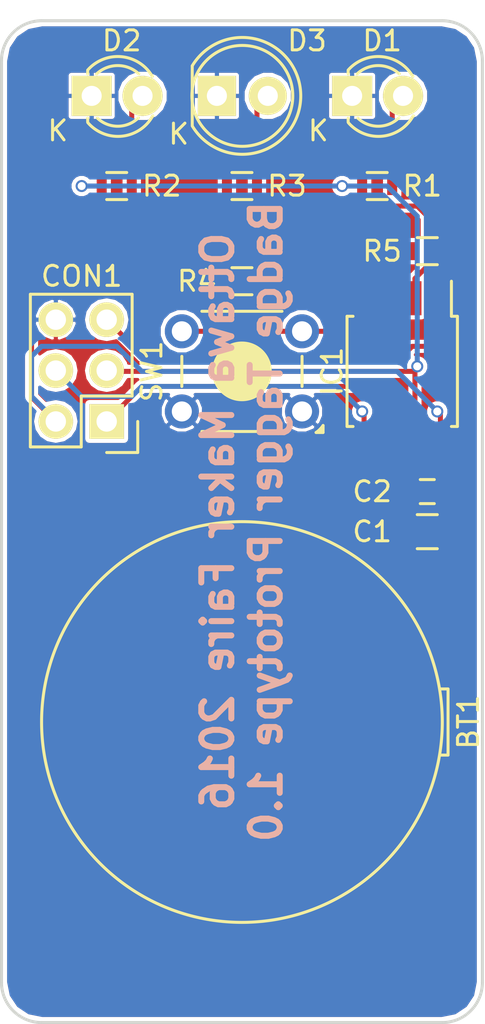
<source format=kicad_pcb>
(kicad_pcb (version 4) (host pcbnew 4.0.0-rc1-stable)

  (general
    (links 30)
    (no_connects 0)
    (area 99.924999 49.924999 124.075001 100.075001)
    (thickness 1.6)
    (drawings 9)
    (tracks 84)
    (zones 0)
    (modules 14)
    (nets 12)
  )

  (page USLetter)
  (layers
    (0 F.Cu signal)
    (31 B.Cu signal)
    (32 B.Adhes user)
    (33 F.Adhes user)
    (34 B.Paste user)
    (35 F.Paste user)
    (36 B.SilkS user)
    (37 F.SilkS user)
    (38 B.Mask user)
    (39 F.Mask user)
    (40 Dwgs.User user)
    (41 Cmts.User user)
    (42 Eco1.User user)
    (43 Eco2.User user)
    (44 Edge.Cuts user)
    (45 Margin user)
    (46 B.CrtYd user)
    (47 F.CrtYd user)
    (48 B.Fab user)
    (49 F.Fab user)
  )

  (setup
    (last_trace_width 0.25)
    (trace_clearance 0.2)
    (zone_clearance 0.2038)
    (zone_45_only no)
    (trace_min 0.2)
    (segment_width 0.2)
    (edge_width 0.15)
    (via_size 0.6)
    (via_drill 0.4)
    (via_min_size 0.4)
    (via_min_drill 0.3)
    (uvia_size 0.3)
    (uvia_drill 0.1)
    (uvias_allowed no)
    (uvia_min_size 0.2)
    (uvia_min_drill 0.1)
    (pcb_text_width 0.3)
    (pcb_text_size 1.5 1.5)
    (mod_edge_width 0.15)
    (mod_text_size 1 1)
    (mod_text_width 0.15)
    (pad_size 1.524 1.524)
    (pad_drill 0.762)
    (pad_to_mask_clearance 0.15)
    (aux_axis_origin 0 0)
    (visible_elements FFFFFF7F)
    (pcbplotparams
      (layerselection 0x010f8_80000001)
      (usegerberextensions true)
      (excludeedgelayer true)
      (linewidth 0.100000)
      (plotframeref false)
      (viasonmask false)
      (mode 1)
      (useauxorigin false)
      (hpglpennumber 1)
      (hpglpenspeed 20)
      (hpglpendiameter 15)
      (hpglpenoverlay 2)
      (psnegative false)
      (psa4output false)
      (plotreference true)
      (plotvalue true)
      (plotinvisibletext false)
      (padsonsilk false)
      (subtractmaskfromsilk true)
      (outputformat 1)
      (mirror false)
      (drillshape 0)
      (scaleselection 1)
      (outputdirectory cam/))
  )

  (net 0 "")
  (net 1 +3V3)
  (net 2 GND)
  (net 3 /MISO)
  (net 4 /MOSI)
  (net 5 /RESET)
  (net 6 "Net-(D1-Pad2)")
  (net 7 "Net-(D2-Pad2)")
  (net 8 "Net-(D3-Pad2)")
  (net 9 /IROUT)
  (net 10 /TRIGGER)
  (net 11 /SCK/ACT)

  (net_class Default "This is the default net class."
    (clearance 0.2)
    (trace_width 0.25)
    (via_dia 0.6)
    (via_drill 0.4)
    (uvia_dia 0.3)
    (uvia_drill 0.1)
    (add_net +3V3)
    (add_net /IROUT)
    (add_net /MISO)
    (add_net /MOSI)
    (add_net /RESET)
    (add_net /SCK/ACT)
    (add_net /TRIGGER)
    (add_net GND)
    (add_net "Net-(D1-Pad2)")
    (add_net "Net-(D2-Pad2)")
    (add_net "Net-(D3-Pad2)")
  )

  (module BadgeParts:CR2032-SHRAPNEL (layer F.Cu) (tedit 5768C8E2) (tstamp 57AA993A)
    (at 112 85 90)
    (path /57AA921C)
    (fp_text reference BT1 (at 0 11.303 90) (layer F.SilkS)
      (effects (font (size 1 1) (thickness 0.15)))
    )
    (fp_text value Battery (at 0 -0.5 90) (layer F.Fab) hide
      (effects (font (size 1 1) (thickness 0.15)))
    )
    (fp_line (start -1.651 9.906) (end -1.651 10.287) (layer F.SilkS) (width 0.15))
    (fp_line (start -1.651 10.287) (end 1.651 10.287) (layer F.SilkS) (width 0.15))
    (fp_line (start 1.651 10.287) (end 1.651 9.906) (layer F.SilkS) (width 0.15))
    (fp_circle (center 0 0) (end 10 0) (layer F.SilkS) (width 0.15))
    (pad 1 smd rect (at -12 0 90) (size 3.5 6) (layers F.Cu F.Paste F.Mask)
      (net 1 +3V3))
    (pad 2 smd circle (at 0 0 90) (size 14 14) (layers F.Cu F.Paste F.Mask)
      (net 2 GND) (solder_mask_margin 3) (thermal_gap 3))
    (pad 1 smd rect (at 12 0 90) (size 3.5 6) (layers F.Cu F.Paste F.Mask)
      (net 1 +3V3))
  )

  (module Capacitors_SMD:C_0805 (layer F.Cu) (tedit 57AA9D6A) (tstamp 57AA9946)
    (at 121.25 75.5 180)
    (descr "Capacitor SMD 0805, reflow soldering, AVX (see smccp.pdf)")
    (tags "capacitor 0805")
    (path /57AA927A)
    (attr smd)
    (fp_text reference C1 (at 2.75 0 180) (layer F.SilkS)
      (effects (font (size 1 1) (thickness 0.15)))
    )
    (fp_text value 1u (at 0 2.1 180) (layer F.Fab)
      (effects (font (size 1 1) (thickness 0.15)))
    )
    (fp_line (start -1.8 -1) (end 1.8 -1) (layer F.CrtYd) (width 0.05))
    (fp_line (start -1.8 1) (end 1.8 1) (layer F.CrtYd) (width 0.05))
    (fp_line (start -1.8 -1) (end -1.8 1) (layer F.CrtYd) (width 0.05))
    (fp_line (start 1.8 -1) (end 1.8 1) (layer F.CrtYd) (width 0.05))
    (fp_line (start 0.5 -0.85) (end -0.5 -0.85) (layer F.SilkS) (width 0.15))
    (fp_line (start -0.5 0.85) (end 0.5 0.85) (layer F.SilkS) (width 0.15))
    (pad 1 smd rect (at -1 0 180) (size 1 1.25) (layers F.Cu F.Paste F.Mask)
      (net 1 +3V3))
    (pad 2 smd rect (at 1 0 180) (size 1 1.25) (layers F.Cu F.Paste F.Mask)
      (net 2 GND))
    (model Capacitors_SMD.3dshapes/C_0805.wrl
      (at (xyz 0 0 0))
      (scale (xyz 1 1 1))
      (rotate (xyz 0 0 0))
    )
  )

  (module Capacitors_SMD:C_0603 (layer F.Cu) (tedit 57AA9D64) (tstamp 57AA9952)
    (at 121.25 73.5 180)
    (descr "Capacitor SMD 0603, reflow soldering, AVX (see smccp.pdf)")
    (tags "capacitor 0603")
    (path /57AA932D)
    (attr smd)
    (fp_text reference C2 (at 2.75 0 180) (layer F.SilkS)
      (effects (font (size 1 1) (thickness 0.15)))
    )
    (fp_text value 100n (at 0 1.9 180) (layer F.Fab)
      (effects (font (size 1 1) (thickness 0.15)))
    )
    (fp_line (start -1.45 -0.75) (end 1.45 -0.75) (layer F.CrtYd) (width 0.05))
    (fp_line (start -1.45 0.75) (end 1.45 0.75) (layer F.CrtYd) (width 0.05))
    (fp_line (start -1.45 -0.75) (end -1.45 0.75) (layer F.CrtYd) (width 0.05))
    (fp_line (start 1.45 -0.75) (end 1.45 0.75) (layer F.CrtYd) (width 0.05))
    (fp_line (start -0.35 -0.6) (end 0.35 -0.6) (layer F.SilkS) (width 0.15))
    (fp_line (start 0.35 0.6) (end -0.35 0.6) (layer F.SilkS) (width 0.15))
    (pad 1 smd rect (at -0.75 0 180) (size 0.8 0.75) (layers F.Cu F.Paste F.Mask)
      (net 1 +3V3))
    (pad 2 smd rect (at 0.75 0 180) (size 0.8 0.75) (layers F.Cu F.Paste F.Mask)
      (net 2 GND))
    (model Capacitors_SMD.3dshapes/C_0603.wrl
      (at (xyz 0 0 0))
      (scale (xyz 1 1 1))
      (rotate (xyz 0 0 0))
    )
  )

  (module Pin_Headers:Pin_Header_Straight_2x03 (layer F.Cu) (tedit 57AA9D85) (tstamp 57AA9969)
    (at 105.25 70 180)
    (descr "Through hole pin header")
    (tags "pin header")
    (path /57AAA0A5)
    (fp_text reference CON1 (at 1.25 7.25 180) (layer F.SilkS)
      (effects (font (size 1 1) (thickness 0.15)))
    )
    (fp_text value AVR-ISP-6 (at 0 -3.1 180) (layer F.Fab)
      (effects (font (size 1 1) (thickness 0.15)))
    )
    (fp_line (start -1.27 1.27) (end -1.27 6.35) (layer F.SilkS) (width 0.15))
    (fp_line (start -1.55 -1.55) (end 0 -1.55) (layer F.SilkS) (width 0.15))
    (fp_line (start -1.75 -1.75) (end -1.75 6.85) (layer F.CrtYd) (width 0.05))
    (fp_line (start 4.3 -1.75) (end 4.3 6.85) (layer F.CrtYd) (width 0.05))
    (fp_line (start -1.75 -1.75) (end 4.3 -1.75) (layer F.CrtYd) (width 0.05))
    (fp_line (start -1.75 6.85) (end 4.3 6.85) (layer F.CrtYd) (width 0.05))
    (fp_line (start 1.27 -1.27) (end 1.27 1.27) (layer F.SilkS) (width 0.15))
    (fp_line (start 1.27 1.27) (end -1.27 1.27) (layer F.SilkS) (width 0.15))
    (fp_line (start -1.27 6.35) (end 3.81 6.35) (layer F.SilkS) (width 0.15))
    (fp_line (start 3.81 6.35) (end 3.81 1.27) (layer F.SilkS) (width 0.15))
    (fp_line (start -1.55 -1.55) (end -1.55 0) (layer F.SilkS) (width 0.15))
    (fp_line (start 3.81 -1.27) (end 1.27 -1.27) (layer F.SilkS) (width 0.15))
    (fp_line (start 3.81 1.27) (end 3.81 -1.27) (layer F.SilkS) (width 0.15))
    (pad 1 thru_hole rect (at 0 0 180) (size 1.7272 1.7272) (drill 1.016) (layers *.Cu *.Mask F.SilkS)
      (net 3 /MISO))
    (pad 2 thru_hole oval (at 2.54 0 180) (size 1.7272 1.7272) (drill 1.016) (layers *.Cu *.Mask F.SilkS)
      (net 1 +3V3))
    (pad 3 thru_hole oval (at 0 2.54 180) (size 1.7272 1.7272) (drill 1.016) (layers *.Cu *.Mask F.SilkS)
      (net 11 /SCK/ACT))
    (pad 4 thru_hole oval (at 2.54 2.54 180) (size 1.7272 1.7272) (drill 1.016) (layers *.Cu *.Mask F.SilkS)
      (net 4 /MOSI))
    (pad 5 thru_hole oval (at 0 5.08 180) (size 1.7272 1.7272) (drill 1.016) (layers *.Cu *.Mask F.SilkS)
      (net 5 /RESET))
    (pad 6 thru_hole oval (at 2.54 5.08 180) (size 1.7272 1.7272) (drill 1.016) (layers *.Cu *.Mask F.SilkS)
      (net 2 GND))
    (model Pin_Headers.3dshapes/Pin_Header_Straight_2x03.wrl
      (at (xyz 0.05 -0.1 0))
      (scale (xyz 1 1 1))
      (rotate (xyz 0 0 90))
    )
  )

  (module LEDs:LED-3MM (layer F.Cu) (tedit 57AA9D99) (tstamp 57AA997A)
    (at 117.5 53.75)
    (descr "LED 3mm round vertical")
    (tags "LED  3mm round vertical")
    (path /57AA9696)
    (fp_text reference D1 (at 1.5 -2.75) (layer F.SilkS)
      (effects (font (size 1 1) (thickness 0.15)))
    )
    (fp_text value LED (at 1.3 -2.9) (layer F.Fab)
      (effects (font (size 1 1) (thickness 0.15)))
    )
    (fp_line (start -1.2 2.3) (end 3.8 2.3) (layer F.CrtYd) (width 0.05))
    (fp_line (start 3.8 2.3) (end 3.8 -2.2) (layer F.CrtYd) (width 0.05))
    (fp_line (start 3.8 -2.2) (end -1.2 -2.2) (layer F.CrtYd) (width 0.05))
    (fp_line (start -1.2 -2.2) (end -1.2 2.3) (layer F.CrtYd) (width 0.05))
    (fp_line (start -0.199 1.314) (end -0.199 1.114) (layer F.SilkS) (width 0.15))
    (fp_line (start -0.199 -1.28) (end -0.199 -1.1) (layer F.SilkS) (width 0.15))
    (fp_arc (start 1.301 0.034) (end -0.199 -1.286) (angle 108.5) (layer F.SilkS) (width 0.15))
    (fp_arc (start 1.301 0.034) (end 0.25 -1.1) (angle 85.7) (layer F.SilkS) (width 0.15))
    (fp_arc (start 1.311 0.034) (end 3.051 0.994) (angle 110) (layer F.SilkS) (width 0.15))
    (fp_arc (start 1.301 0.034) (end 2.335 1.094) (angle 87.5) (layer F.SilkS) (width 0.15))
    (fp_text user K (at -1.69 1.74) (layer F.SilkS)
      (effects (font (size 1 1) (thickness 0.15)))
    )
    (pad 1 thru_hole rect (at 0 0 90) (size 2 2) (drill 1.00076) (layers *.Cu *.Mask F.SilkS)
      (net 2 GND))
    (pad 2 thru_hole circle (at 2.54 0) (size 2 2) (drill 1.00076) (layers *.Cu *.Mask F.SilkS)
      (net 6 "Net-(D1-Pad2)"))
    (model LEDs.3dshapes/LED-3MM.wrl
      (at (xyz 0.05 0 0))
      (scale (xyz 1 1 1))
      (rotate (xyz 0 0 90))
    )
  )

  (module LEDs:LED-3MM (layer F.Cu) (tedit 57AA9D9F) (tstamp 57AA998B)
    (at 104.5 53.75)
    (descr "LED 3mm round vertical")
    (tags "LED  3mm round vertical")
    (path /57AA9744)
    (fp_text reference D2 (at 1.5 -2.75) (layer F.SilkS)
      (effects (font (size 1 1) (thickness 0.15)))
    )
    (fp_text value LED (at 1.3 -2.9) (layer F.Fab)
      (effects (font (size 1 1) (thickness 0.15)))
    )
    (fp_line (start -1.2 2.3) (end 3.8 2.3) (layer F.CrtYd) (width 0.05))
    (fp_line (start 3.8 2.3) (end 3.8 -2.2) (layer F.CrtYd) (width 0.05))
    (fp_line (start 3.8 -2.2) (end -1.2 -2.2) (layer F.CrtYd) (width 0.05))
    (fp_line (start -1.2 -2.2) (end -1.2 2.3) (layer F.CrtYd) (width 0.05))
    (fp_line (start -0.199 1.314) (end -0.199 1.114) (layer F.SilkS) (width 0.15))
    (fp_line (start -0.199 -1.28) (end -0.199 -1.1) (layer F.SilkS) (width 0.15))
    (fp_arc (start 1.301 0.034) (end -0.199 -1.286) (angle 108.5) (layer F.SilkS) (width 0.15))
    (fp_arc (start 1.301 0.034) (end 0.25 -1.1) (angle 85.7) (layer F.SilkS) (width 0.15))
    (fp_arc (start 1.311 0.034) (end 3.051 0.994) (angle 110) (layer F.SilkS) (width 0.15))
    (fp_arc (start 1.301 0.034) (end 2.335 1.094) (angle 87.5) (layer F.SilkS) (width 0.15))
    (fp_text user K (at -1.69 1.74) (layer F.SilkS)
      (effects (font (size 1 1) (thickness 0.15)))
    )
    (pad 1 thru_hole rect (at 0 0 90) (size 2 2) (drill 1.00076) (layers *.Cu *.Mask F.SilkS)
      (net 2 GND))
    (pad 2 thru_hole circle (at 2.54 0) (size 2 2) (drill 1.00076) (layers *.Cu *.Mask F.SilkS)
      (net 7 "Net-(D2-Pad2)"))
    (model LEDs.3dshapes/LED-3MM.wrl
      (at (xyz 0.05 0 0))
      (scale (xyz 1 1 1))
      (rotate (xyz 0 0 90))
    )
  )

  (module LEDs:LED-5MM (layer F.Cu) (tedit 57AA9D8F) (tstamp 57AA9997)
    (at 110.75 53.75)
    (descr "LED 5mm round vertical")
    (tags "LED 5mm round vertical")
    (path /57AA976D)
    (fp_text reference D3 (at 4.5 -2.75) (layer F.SilkS)
      (effects (font (size 1 1) (thickness 0.15)))
    )
    (fp_text value LED (at 1.524 -3.937) (layer F.Fab)
      (effects (font (size 1 1) (thickness 0.15)))
    )
    (fp_line (start -1.5 -1.55) (end -1.5 1.55) (layer F.CrtYd) (width 0.05))
    (fp_arc (start 1.3 0) (end -1.5 1.55) (angle -302) (layer F.CrtYd) (width 0.05))
    (fp_arc (start 1.27 0) (end -1.23 -1.5) (angle 297.5) (layer F.SilkS) (width 0.15))
    (fp_line (start -1.23 1.5) (end -1.23 -1.5) (layer F.SilkS) (width 0.15))
    (fp_circle (center 1.27 0) (end 0.97 -2.5) (layer F.SilkS) (width 0.15))
    (fp_text user K (at -1.905 1.905) (layer F.SilkS)
      (effects (font (size 1 1) (thickness 0.15)))
    )
    (pad 1 thru_hole rect (at 0 0 90) (size 2 1.9) (drill 1.00076) (layers *.Cu *.Mask F.SilkS)
      (net 2 GND))
    (pad 2 thru_hole circle (at 2.54 0) (size 1.9 1.9) (drill 1.00076) (layers *.Cu *.Mask F.SilkS)
      (net 8 "Net-(D3-Pad2)"))
    (model LEDs.3dshapes/LED-5MM.wrl
      (at (xyz 0.05 0 0))
      (scale (xyz 1 1 1))
      (rotate (xyz 0 0 90))
    )
  )

  (module Housings_SOIC:SOIJ-8_5.3x5.3mm_Pitch1.27mm (layer F.Cu) (tedit 57AA9D73) (tstamp 57AA99AE)
    (at 120 67.5 270)
    (descr "8-Lead Plastic Small Outline (SM) - Medium, 5.28 mm Body [SOIC] (see Microchip Packaging Specification 00000049BS.pdf)")
    (tags "SOIC 1.27")
    (path /57AA92D8)
    (attr smd)
    (fp_text reference IC1 (at 0 3.5 270) (layer F.SilkS)
      (effects (font (size 1 1) (thickness 0.15)))
    )
    (fp_text value ATTINY25-S (at 0 3.68 270) (layer F.Fab)
      (effects (font (size 1 1) (thickness 0.15)))
    )
    (fp_line (start -4.75 -2.95) (end -4.75 2.95) (layer F.CrtYd) (width 0.05))
    (fp_line (start 4.75 -2.95) (end 4.75 2.95) (layer F.CrtYd) (width 0.05))
    (fp_line (start -4.75 -2.95) (end 4.75 -2.95) (layer F.CrtYd) (width 0.05))
    (fp_line (start -4.75 2.95) (end 4.75 2.95) (layer F.CrtYd) (width 0.05))
    (fp_line (start -2.75 -2.755) (end -2.75 -2.455) (layer F.SilkS) (width 0.15))
    (fp_line (start 2.75 -2.755) (end 2.75 -2.455) (layer F.SilkS) (width 0.15))
    (fp_line (start 2.75 2.755) (end 2.75 2.455) (layer F.SilkS) (width 0.15))
    (fp_line (start -2.75 2.755) (end -2.75 2.455) (layer F.SilkS) (width 0.15))
    (fp_line (start -2.75 -2.755) (end 2.75 -2.755) (layer F.SilkS) (width 0.15))
    (fp_line (start -2.75 2.755) (end 2.75 2.755) (layer F.SilkS) (width 0.15))
    (fp_line (start -2.75 -2.455) (end -4.5 -2.455) (layer F.SilkS) (width 0.15))
    (pad 1 smd rect (at -3.65 -1.905 270) (size 1.7 0.65) (layers F.Cu F.Paste F.Mask)
      (net 5 /RESET))
    (pad 2 smd rect (at -3.65 -0.635 270) (size 1.7 0.65) (layers F.Cu F.Paste F.Mask)
      (net 9 /IROUT))
    (pad 3 smd rect (at -3.65 0.635 270) (size 1.7 0.65) (layers F.Cu F.Paste F.Mask)
      (net 10 /TRIGGER))
    (pad 4 smd rect (at -3.65 1.905 270) (size 1.7 0.65) (layers F.Cu F.Paste F.Mask)
      (net 2 GND))
    (pad 5 smd rect (at 3.65 1.905 270) (size 1.7 0.65) (layers F.Cu F.Paste F.Mask)
      (net 4 /MOSI))
    (pad 6 smd rect (at 3.65 0.635 270) (size 1.7 0.65) (layers F.Cu F.Paste F.Mask)
      (net 3 /MISO))
    (pad 7 smd rect (at 3.65 -0.635 270) (size 1.7 0.65) (layers F.Cu F.Paste F.Mask)
      (net 11 /SCK/ACT))
    (pad 8 smd rect (at 3.65 -1.905 270) (size 1.7 0.65) (layers F.Cu F.Paste F.Mask)
      (net 1 +3V3))
    (model Housings_SOIC.3dshapes/SOIJ-8_5.3x5.3mm_Pitch1.27mm.wrl
      (at (xyz 0 0 0))
      (scale (xyz 1 1 1))
      (rotate (xyz 0 0 0))
    )
  )

  (module Resistors_SMD:R_0603 (layer F.Cu) (tedit 57AA9D4F) (tstamp 57AA99BA)
    (at 118.75 58.25)
    (descr "Resistor SMD 0603, reflow soldering, Vishay (see dcrcw.pdf)")
    (tags "resistor 0603")
    (path /57AA97DF)
    (attr smd)
    (fp_text reference R1 (at 2.25 0) (layer F.SilkS)
      (effects (font (size 1 1) (thickness 0.15)))
    )
    (fp_text value 220 (at 0 1.9) (layer F.Fab)
      (effects (font (size 1 1) (thickness 0.15)))
    )
    (fp_line (start -1.3 -0.8) (end 1.3 -0.8) (layer F.CrtYd) (width 0.05))
    (fp_line (start -1.3 0.8) (end 1.3 0.8) (layer F.CrtYd) (width 0.05))
    (fp_line (start -1.3 -0.8) (end -1.3 0.8) (layer F.CrtYd) (width 0.05))
    (fp_line (start 1.3 -0.8) (end 1.3 0.8) (layer F.CrtYd) (width 0.05))
    (fp_line (start 0.5 0.675) (end -0.5 0.675) (layer F.SilkS) (width 0.15))
    (fp_line (start -0.5 -0.675) (end 0.5 -0.675) (layer F.SilkS) (width 0.15))
    (pad 1 smd rect (at -0.75 0) (size 0.5 0.9) (layers F.Cu F.Paste F.Mask)
      (net 11 /SCK/ACT))
    (pad 2 smd rect (at 0.75 0) (size 0.5 0.9) (layers F.Cu F.Paste F.Mask)
      (net 6 "Net-(D1-Pad2)"))
    (model Resistors_SMD.3dshapes/R_0603.wrl
      (at (xyz 0 0 0))
      (scale (xyz 1 1 1))
      (rotate (xyz 0 0 0))
    )
  )

  (module Resistors_SMD:R_0603 (layer F.Cu) (tedit 57AA9D45) (tstamp 57AA99C6)
    (at 105.75 58.25)
    (descr "Resistor SMD 0603, reflow soldering, Vishay (see dcrcw.pdf)")
    (tags "resistor 0603")
    (path /57AA985A)
    (attr smd)
    (fp_text reference R2 (at 2.25 0) (layer F.SilkS)
      (effects (font (size 1 1) (thickness 0.15)))
    )
    (fp_text value 220 (at 0 1.9) (layer F.Fab)
      (effects (font (size 1 1) (thickness 0.15)))
    )
    (fp_line (start -1.3 -0.8) (end 1.3 -0.8) (layer F.CrtYd) (width 0.05))
    (fp_line (start -1.3 0.8) (end 1.3 0.8) (layer F.CrtYd) (width 0.05))
    (fp_line (start -1.3 -0.8) (end -1.3 0.8) (layer F.CrtYd) (width 0.05))
    (fp_line (start 1.3 -0.8) (end 1.3 0.8) (layer F.CrtYd) (width 0.05))
    (fp_line (start 0.5 0.675) (end -0.5 0.675) (layer F.SilkS) (width 0.15))
    (fp_line (start -0.5 -0.675) (end 0.5 -0.675) (layer F.SilkS) (width 0.15))
    (pad 1 smd rect (at -0.75 0) (size 0.5 0.9) (layers F.Cu F.Paste F.Mask)
      (net 11 /SCK/ACT))
    (pad 2 smd rect (at 0.75 0) (size 0.5 0.9) (layers F.Cu F.Paste F.Mask)
      (net 7 "Net-(D2-Pad2)"))
    (model Resistors_SMD.3dshapes/R_0603.wrl
      (at (xyz 0 0 0))
      (scale (xyz 1 1 1))
      (rotate (xyz 0 0 0))
    )
  )

  (module Resistors_SMD:R_0603 (layer F.Cu) (tedit 57AA9D4A) (tstamp 57AA99D2)
    (at 112 58.25)
    (descr "Resistor SMD 0603, reflow soldering, Vishay (see dcrcw.pdf)")
    (tags "resistor 0603")
    (path /57AA9885)
    (attr smd)
    (fp_text reference R3 (at 2.25 0) (layer F.SilkS)
      (effects (font (size 1 1) (thickness 0.15)))
    )
    (fp_text value 220 (at 0 1.9) (layer F.Fab)
      (effects (font (size 1 1) (thickness 0.15)))
    )
    (fp_line (start -1.3 -0.8) (end 1.3 -0.8) (layer F.CrtYd) (width 0.05))
    (fp_line (start -1.3 0.8) (end 1.3 0.8) (layer F.CrtYd) (width 0.05))
    (fp_line (start -1.3 -0.8) (end -1.3 0.8) (layer F.CrtYd) (width 0.05))
    (fp_line (start 1.3 -0.8) (end 1.3 0.8) (layer F.CrtYd) (width 0.05))
    (fp_line (start 0.5 0.675) (end -0.5 0.675) (layer F.SilkS) (width 0.15))
    (fp_line (start -0.5 -0.675) (end 0.5 -0.675) (layer F.SilkS) (width 0.15))
    (pad 1 smd rect (at -0.75 0) (size 0.5 0.9) (layers F.Cu F.Paste F.Mask)
      (net 9 /IROUT))
    (pad 2 smd rect (at 0.75 0) (size 0.5 0.9) (layers F.Cu F.Paste F.Mask)
      (net 8 "Net-(D3-Pad2)"))
    (model Resistors_SMD.3dshapes/R_0603.wrl
      (at (xyz 0 0 0))
      (scale (xyz 1 1 1))
      (rotate (xyz 0 0 0))
    )
  )

  (module Resistors_SMD:R_0603 (layer F.Cu) (tedit 57AA9D59) (tstamp 57AA99DE)
    (at 112 63)
    (descr "Resistor SMD 0603, reflow soldering, Vishay (see dcrcw.pdf)")
    (tags "resistor 0603")
    (path /57AA9E41)
    (attr smd)
    (fp_text reference R4 (at -2.25 0) (layer F.SilkS)
      (effects (font (size 1 1) (thickness 0.15)))
    )
    (fp_text value 10K (at 0 1.9) (layer F.Fab)
      (effects (font (size 1 1) (thickness 0.15)))
    )
    (fp_line (start -1.3 -0.8) (end 1.3 -0.8) (layer F.CrtYd) (width 0.05))
    (fp_line (start -1.3 0.8) (end 1.3 0.8) (layer F.CrtYd) (width 0.05))
    (fp_line (start -1.3 -0.8) (end -1.3 0.8) (layer F.CrtYd) (width 0.05))
    (fp_line (start 1.3 -0.8) (end 1.3 0.8) (layer F.CrtYd) (width 0.05))
    (fp_line (start 0.5 0.675) (end -0.5 0.675) (layer F.SilkS) (width 0.15))
    (fp_line (start -0.5 -0.675) (end 0.5 -0.675) (layer F.SilkS) (width 0.15))
    (pad 1 smd rect (at -0.75 0) (size 0.5 0.9) (layers F.Cu F.Paste F.Mask)
      (net 1 +3V3))
    (pad 2 smd rect (at 0.75 0) (size 0.5 0.9) (layers F.Cu F.Paste F.Mask)
      (net 10 /TRIGGER))
    (model Resistors_SMD.3dshapes/R_0603.wrl
      (at (xyz 0 0 0))
      (scale (xyz 1 1 1))
      (rotate (xyz 0 0 0))
    )
  )

  (module Resistors_SMD:R_0603 (layer F.Cu) (tedit 57AA9D54) (tstamp 57AA99EA)
    (at 121.25 61.5)
    (descr "Resistor SMD 0603, reflow soldering, Vishay (see dcrcw.pdf)")
    (tags "resistor 0603")
    (path /57AAA638)
    (attr smd)
    (fp_text reference R5 (at -2.25 0) (layer F.SilkS)
      (effects (font (size 1 1) (thickness 0.15)))
    )
    (fp_text value 10K (at 0 1.9) (layer F.Fab)
      (effects (font (size 1 1) (thickness 0.15)))
    )
    (fp_line (start -1.3 -0.8) (end 1.3 -0.8) (layer F.CrtYd) (width 0.05))
    (fp_line (start -1.3 0.8) (end 1.3 0.8) (layer F.CrtYd) (width 0.05))
    (fp_line (start -1.3 -0.8) (end -1.3 0.8) (layer F.CrtYd) (width 0.05))
    (fp_line (start 1.3 -0.8) (end 1.3 0.8) (layer F.CrtYd) (width 0.05))
    (fp_line (start 0.5 0.675) (end -0.5 0.675) (layer F.SilkS) (width 0.15))
    (fp_line (start -0.5 -0.675) (end 0.5 -0.675) (layer F.SilkS) (width 0.15))
    (pad 1 smd rect (at -0.75 0) (size 0.5 0.9) (layers F.Cu F.Paste F.Mask)
      (net 1 +3V3))
    (pad 2 smd rect (at 0.75 0) (size 0.5 0.9) (layers F.Cu F.Paste F.Mask)
      (net 5 /RESET))
    (model Resistors_SMD.3dshapes/R_0603.wrl
      (at (xyz 0 0 0))
      (scale (xyz 1 1 1))
      (rotate (xyz 0 0 0))
    )
  )

  (module BadgeParts:SW_TH_Tactile_Omron_B3F-10xx (layer F.Cu) (tedit 57AA9D7D) (tstamp 57AA99F2)
    (at 115 69.5 180)
    (descr SW_TH_Tactile_Omron_B3F-10xx)
    (tags "Omron B3F-10xx")
    (path /57AA9C36)
    (fp_text reference SW1 (at 7.5 2 270) (layer F.SilkS)
      (effects (font (size 1 1) (thickness 0.15)))
    )
    (fp_text value SW_PUSH (at 2.95 -2.05 180) (layer F.Fab)
      (effects (font (size 1 1) (thickness 0.15)))
    )
    (fp_line (start -0.95 -1) (end -0.95 -0.9) (layer F.SilkS) (width 0.15))
    (fp_line (start -1.05 -1.05) (end -0.7 -1.05) (layer F.SilkS) (width 0.15))
    (fp_arc (start 0 0) (end -1.05 -0.7) (angle 22.61986495) (layer F.SilkS) (width 0.15))
    (fp_line (start -1.05 -1.05) (end -1.05 -0.7) (layer F.SilkS) (width 0.15))
    (fp_line (start 7.15 -1.15) (end 0.45 -1.15) (layer F.CrtYd) (width 0.05))
    (fp_line (start 7.15 5.15) (end 7.15 -1.15) (layer F.CrtYd) (width 0.05))
    (fp_line (start -1.15 5.15) (end 7.15 5.15) (layer F.CrtYd) (width 0.05))
    (fp_line (start -1.15 0) (end -1.15 5.15) (layer F.CrtYd) (width 0.05))
    (fp_line (start -1.15 -1.15) (end 0.45 -1.15) (layer F.CrtYd) (width 0.05))
    (fp_line (start -1.15 0) (end -1.15 -1.15) (layer F.CrtYd) (width 0.05))
    (fp_circle (center 3 2) (end 4 3) (layer F.SilkS) (width 0.15))
    (fp_line (start 1 5) (end 5 5) (layer F.SilkS) (width 0.15))
    (fp_line (start 1 -1) (end 5 -1) (layer F.SilkS) (width 0.15))
    (fp_line (start 0 2.75) (end 0 1.25) (layer F.SilkS) (width 0.15))
    (fp_line (start 6 1.25) (end 6 2.75) (layer F.SilkS) (width 0.15))
    (fp_line (start 0 2) (end 0 2) (layer F.SilkS) (width 0))
    (fp_line (start 5 5) (end 1 5) (layer F.SilkS) (width 0))
    (fp_line (start 5 -1) (end 1 -1) (layer F.SilkS) (width 0))
    (fp_line (start 6 2) (end 6 2) (layer F.SilkS) (width 0))
    (fp_circle (center 3 2) (end 4 3) (layer F.SilkS) (width 0))
    (pad 2 thru_hole circle (at 6 4 180) (size 1.7 1.7) (drill 1) (layers *.Cu *.Mask)
      (net 10 /TRIGGER))
    (pad 2 thru_hole circle (at 0 4 180) (size 1.7 1.7) (drill 1) (layers *.Cu *.Mask)
      (net 10 /TRIGGER))
    (pad 1 thru_hole circle (at 6 0 180) (size 1.7 1.7) (drill 1) (layers *.Cu *.Mask)
      (net 2 GND))
    (pad 1 thru_hole circle (at 0 0 180) (size 1.7 1.7) (drill 1) (layers *.Cu *.Mask)
      (net 2 GND))
  )

  (gr_text "Ottawa Maker Faire 2016\nBadge Tagger Prototype 1.0" (at 112 75 90) (layer B.SilkS)
    (effects (font (size 1.5 1.5) (thickness 0.3)) (justify mirror))
  )
  (gr_arc (start 122 52) (end 122 50) (angle 90) (layer Edge.Cuts) (width 0.15))
  (gr_arc (start 122 98) (end 124 98) (angle 90) (layer Edge.Cuts) (width 0.15))
  (gr_arc (start 102 98) (end 102 100) (angle 90) (layer Edge.Cuts) (width 0.15))
  (gr_arc (start 102 52) (end 100 52) (angle 90) (layer Edge.Cuts) (width 0.15))
  (gr_line (start 122 50) (end 102 50) (angle 90) (layer Edge.Cuts) (width 0.15))
  (gr_line (start 124 98) (end 124 52) (angle 90) (layer Edge.Cuts) (width 0.15))
  (gr_line (start 102 100) (end 122 100) (angle 90) (layer Edge.Cuts) (width 0.15))
  (gr_line (start 100 52) (end 100 98) (angle 90) (layer Edge.Cuts) (width 0.15))

  (segment (start 122.25 78.5) (end 122.25 90.5) (width 0.25) (layer F.Cu) (net 1))
  (segment (start 115.75 97) (end 112 97) (width 0.25) (layer F.Cu) (net 1) (tstamp 57AA9C83))
  (segment (start 122.25 90.5) (end 115.75 97) (width 0.25) (layer F.Cu) (net 1) (tstamp 57AA9C81))
  (segment (start 112 73) (end 115.75 73) (width 0.25) (layer F.Cu) (net 1))
  (segment (start 122.25 78.5) (end 122.25 75.5) (width 0.25) (layer F.Cu) (net 1) (tstamp 57AA9C7E))
  (segment (start 121.25 78.5) (end 122.25 78.5) (width 0.25) (layer F.Cu) (net 1) (tstamp 57AA9C7C))
  (segment (start 115.75 73) (end 121.25 78.5) (width 0.25) (layer F.Cu) (net 1) (tstamp 57AA9C7A))
  (segment (start 122 73.5) (end 122 74.25) (width 0.25) (layer F.Cu) (net 1))
  (segment (start 122.25 74.5) (end 122.25 75.5) (width 0.25) (layer F.Cu) (net 1) (tstamp 57AA9C77))
  (segment (start 122 74.25) (end 122.25 74.5) (width 0.25) (layer F.Cu) (net 1) (tstamp 57AA9C76))
  (segment (start 121.905 71.15) (end 121.905 72.405) (width 0.25) (layer F.Cu) (net 1))
  (segment (start 122 72.5) (end 122 73.5) (width 0.25) (layer F.Cu) (net 1) (tstamp 57AA9C73))
  (segment (start 121.905 72.405) (end 122 72.5) (width 0.25) (layer F.Cu) (net 1) (tstamp 57AA9C72))
  (segment (start 102.71 70) (end 102.71 69.96) (width 0.25) (layer B.Cu) (net 1))
  (segment (start 102.71 69.96) (end 101.5 68.75) (width 0.25) (layer B.Cu) (net 1) (tstamp 57AA9C62))
  (segment (start 121.905 69.655) (end 121.905 71.15) (width 0.25) (layer F.Cu) (net 1) (tstamp 57AA9C6F))
  (segment (start 121.75 69.5) (end 121.905 69.655) (width 0.25) (layer F.Cu) (net 1) (tstamp 57AA9C6E))
  (via (at 121.75 69.5) (size 0.6) (drill 0.4) (layers F.Cu B.Cu) (net 1))
  (segment (start 119.75 67.5) (end 121.75 69.5) (width 0.25) (layer B.Cu) (net 1) (tstamp 57AA9C6B))
  (segment (start 107 67.5) (end 119.75 67.5) (width 0.25) (layer B.Cu) (net 1) (tstamp 57AA9C69))
  (segment (start 105.75 66.25) (end 107 67.5) (width 0.25) (layer B.Cu) (net 1) (tstamp 57AA9C67))
  (segment (start 102 66.25) (end 105.75 66.25) (width 0.25) (layer B.Cu) (net 1) (tstamp 57AA9C66))
  (segment (start 101.5 66.75) (end 102 66.25) (width 0.25) (layer B.Cu) (net 1) (tstamp 57AA9C65))
  (segment (start 101.5 68.75) (end 101.5 66.75) (width 0.25) (layer B.Cu) (net 1) (tstamp 57AA9C63))
  (segment (start 111.25 63) (end 111.25 61.5) (width 0.25) (layer F.Cu) (net 1))
  (segment (start 120.5 61.5) (end 111.25 61.5) (width 0.25) (layer F.Cu) (net 1))
  (segment (start 111.25 61.5) (end 102.25 61.5) (width 0.25) (layer F.Cu) (net 1) (tstamp 57AA9C60))
  (segment (start 101.5 68.79) (end 102.71 70) (width 0.25) (layer F.Cu) (net 1) (tstamp 57AA9C5A))
  (segment (start 101.5 62.25) (end 101.5 68.79) (width 0.25) (layer F.Cu) (net 1) (tstamp 57AA9C59))
  (segment (start 102.25 61.5) (end 101.5 62.25) (width 0.25) (layer F.Cu) (net 1) (tstamp 57AA9C57))
  (segment (start 105.25 70) (end 107 68.25) (width 0.25) (layer F.Cu) (net 3))
  (segment (start 119.365 69.615) (end 119.365 71.15) (width 0.25) (layer F.Cu) (net 3) (tstamp 57AA9C12))
  (segment (start 118 68.25) (end 119.365 69.615) (width 0.25) (layer F.Cu) (net 3) (tstamp 57AA9C10))
  (segment (start 107 68.25) (end 118 68.25) (width 0.25) (layer F.Cu) (net 3) (tstamp 57AA9C0E))
  (segment (start 102.71 67.46) (end 104 68.75) (width 0.25) (layer B.Cu) (net 4))
  (segment (start 118.095 69.595) (end 118.095 71.15) (width 0.25) (layer F.Cu) (net 4) (tstamp 57AA9C54))
  (segment (start 118 69.5) (end 118.095 69.595) (width 0.25) (layer F.Cu) (net 4) (tstamp 57AA9C53))
  (via (at 118 69.5) (size 0.6) (drill 0.4) (layers F.Cu B.Cu) (net 4))
  (segment (start 116.75 68.25) (end 118 69.5) (width 0.25) (layer B.Cu) (net 4) (tstamp 57AA9C50))
  (segment (start 107 68.25) (end 116.75 68.25) (width 0.25) (layer B.Cu) (net 4) (tstamp 57AA9C4F))
  (segment (start 106.5 68.75) (end 107 68.25) (width 0.25) (layer B.Cu) (net 4) (tstamp 57AA9C4E))
  (segment (start 104 68.75) (end 106.5 68.75) (width 0.25) (layer B.Cu) (net 4) (tstamp 57AA9C4C))
  (segment (start 105.25 64.92) (end 107.08 66.75) (width 0.25) (layer F.Cu) (net 5))
  (segment (start 121.905 65.595) (end 121.905 63.85) (width 0.25) (layer F.Cu) (net 5) (tstamp 57AA9C2E))
  (segment (start 121.25 66.25) (end 121.905 65.595) (width 0.25) (layer F.Cu) (net 5) (tstamp 57AA9C2D))
  (segment (start 120.5 66.25) (end 121.25 66.25) (width 0.25) (layer F.Cu) (net 5) (tstamp 57AA9C2C))
  (segment (start 120 66.75) (end 120.5 66.25) (width 0.25) (layer F.Cu) (net 5) (tstamp 57AA9C2B))
  (segment (start 107.08 66.75) (end 120 66.75) (width 0.25) (layer F.Cu) (net 5) (tstamp 57AA9C29))
  (segment (start 121.905 63.85) (end 121.905 62.595) (width 0.25) (layer F.Cu) (net 5))
  (segment (start 122 62.5) (end 122 61.5) (width 0.25) (layer F.Cu) (net 5) (tstamp 57AA9C05))
  (segment (start 121.905 62.595) (end 122 62.5) (width 0.25) (layer F.Cu) (net 5) (tstamp 57AA9C04))
  (segment (start 119.5 58.25) (end 119.5 54.29) (width 0.25) (layer F.Cu) (net 6))
  (segment (start 119.5 54.29) (end 120.04 53.75) (width 0.25) (layer F.Cu) (net 6) (tstamp 57AA9BEA))
  (segment (start 106.5 58.25) (end 106.5 54.29) (width 0.25) (layer F.Cu) (net 7))
  (segment (start 106.5 54.29) (end 107.04 53.75) (width 0.25) (layer F.Cu) (net 7) (tstamp 57AA9BE7))
  (segment (start 112.75 58.25) (end 112.75 54.29) (width 0.25) (layer F.Cu) (net 8))
  (segment (start 112.75 54.29) (end 113.29 53.75) (width 0.25) (layer F.Cu) (net 8) (tstamp 57AA9BE4))
  (segment (start 120.635 63.85) (end 120.635 62.865) (width 0.25) (layer F.Cu) (net 9))
  (segment (start 111.25 59) (end 111.25 58.25) (width 0.25) (layer F.Cu) (net 9) (tstamp 57AA9C36))
  (segment (start 111.5 59.25) (end 111.25 59) (width 0.25) (layer F.Cu) (net 9) (tstamp 57AA9C35))
  (segment (start 120.75 59.25) (end 111.5 59.25) (width 0.25) (layer F.Cu) (net 9) (tstamp 57AA9C34))
  (segment (start 121.25 59.75) (end 120.75 59.25) (width 0.25) (layer F.Cu) (net 9) (tstamp 57AA9C33))
  (segment (start 121.25 62.25) (end 121.25 59.75) (width 0.25) (layer F.Cu) (net 9) (tstamp 57AA9C32))
  (segment (start 120.635 62.865) (end 121.25 62.25) (width 0.25) (layer F.Cu) (net 9) (tstamp 57AA9C31))
  (segment (start 112.75 63) (end 112.75 65.5) (width 0.25) (layer F.Cu) (net 10))
  (segment (start 115 65.5) (end 112.75 65.5) (width 0.25) (layer F.Cu) (net 10))
  (segment (start 112.75 65.5) (end 109 65.5) (width 0.25) (layer F.Cu) (net 10) (tstamp 57AA9E7B))
  (segment (start 115 65.5) (end 118.75 65.5) (width 0.25) (layer F.Cu) (net 10))
  (segment (start 118.75 65.5) (end 119.365 64.885) (width 0.25) (layer F.Cu) (net 10) (tstamp 57AA9C43))
  (segment (start 119.365 64.885) (end 119.365 63.85) (width 0.25) (layer F.Cu) (net 10) (tstamp 57AA9C44))
  (segment (start 117 58.25) (end 119.25 58.25) (width 0.25) (layer B.Cu) (net 11))
  (segment (start 120.635 67.365) (end 120.75 67.25) (width 0.25) (layer F.Cu) (net 11) (tstamp 57AA9BFB))
  (via (at 120.75 67.25) (size 0.6) (drill 0.4) (layers F.Cu B.Cu) (net 11))
  (segment (start 120.75 67.25) (end 120.75 59.75) (width 0.25) (layer B.Cu) (net 11) (tstamp 57AA9BFD))
  (segment (start 120.635 67.365) (end 120.635 67.5) (width 0.25) (layer F.Cu) (net 11) (tstamp 57AA9C19))
  (segment (start 119.25 58.25) (end 120.75 59.75) (width 0.25) (layer B.Cu) (net 11) (tstamp 57AA9C3F))
  (segment (start 120.635 67.5) (end 105.29 67.5) (width 0.25) (layer F.Cu) (net 11))
  (segment (start 105.29 67.5) (end 105.25 67.46) (width 0.25) (layer F.Cu) (net 11) (tstamp 57AA9C1F))
  (segment (start 120.635 71.15) (end 120.635 67.5) (width 0.25) (layer F.Cu) (net 11))
  (segment (start 118 58.25) (end 117 58.25) (width 0.25) (layer F.Cu) (net 11))
  (segment (start 104 58.25) (end 105 58.25) (width 0.25) (layer F.Cu) (net 11) (tstamp 57AA9BF2))
  (via (at 104 58.25) (size 0.6) (drill 0.4) (layers F.Cu B.Cu) (net 11))
  (segment (start 117 58.25) (end 104 58.25) (width 0.25) (layer B.Cu) (net 11) (tstamp 57AA9BEF))
  (via (at 117 58.25) (size 0.6) (drill 0.4) (layers F.Cu B.Cu) (net 11))

  (zone (net 2) (net_name GND) (layer F.Cu) (tstamp 57AA9BE2) (hatch edge 0.508)
    (connect_pads (clearance 0.2038))
    (min_thickness 0.1524)
    (fill yes (arc_segments 16) (thermal_gap 0.1524) (thermal_bridge_width 0.2038))
    (polygon
      (pts
        (xy 100 50) (xy 124 50) (xy 124 100) (xy 100 100)
      )
    )
    (filled_polygon
      (pts
        (xy 122.626854 50.486644) (xy 123.158273 50.841727) (xy 123.513356 51.373147) (xy 123.645 52.034966) (xy 123.645 97.965034)
        (xy 123.513356 98.626853) (xy 123.158273 99.158273) (xy 122.626854 99.513356) (xy 121.965034 99.645) (xy 102.034966 99.645)
        (xy 101.373147 99.513356) (xy 100.841727 99.158273) (xy 100.486644 98.626854) (xy 100.355 97.965034) (xy 100.355 86.632524)
        (xy 101.856933 86.632524) (xy 103.253767 90.389839) (xy 103.6734 91.017863) (xy 105.261118 91.702537) (xy 111.963655 85)
        (xy 105.261118 78.297463) (xy 103.6734 78.982137) (xy 102.004288 82.626672) (xy 101.856933 86.632524) (xy 100.355 86.632524)
        (xy 100.355 78.261118) (xy 105.297463 78.261118) (xy 112 84.963655) (xy 118.702537 78.261118) (xy 118.017863 76.6734)
        (xy 114.441447 75.035485) (xy 115 75.035485) (xy 115.103762 75.015961) (xy 115.19906 74.954638) (xy 115.262993 74.86107)
        (xy 115.285485 74.75) (xy 115.285485 73.405) (xy 115.582244 73.405) (xy 120.963622 78.786379) (xy 121.042386 78.839006)
        (xy 121.095013 78.874171) (xy 121.25 78.905) (xy 121.845 78.905) (xy 121.845 82.565712) (xy 120.746233 79.610161)
        (xy 120.3266 78.982137) (xy 118.738882 78.297463) (xy 112.036345 85) (xy 118.738882 91.702537) (xy 120.3266 91.017863)
        (xy 121.845 87.70241) (xy 121.845 90.332244) (xy 115.582244 96.595) (xy 115.285485 96.595) (xy 115.285485 95.25)
        (xy 115.265961 95.146238) (xy 115.204638 95.05094) (xy 115.11107 94.987007) (xy 115 94.964515) (xy 114.112807 94.964515)
        (xy 117.389839 93.746233) (xy 118.017863 93.3266) (xy 118.702537 91.738882) (xy 112 85.036345) (xy 105.297463 91.738882)
        (xy 105.982137 93.3266) (xy 109.558553 94.964515) (xy 109 94.964515) (xy 108.896238 94.984039) (xy 108.80094 95.045362)
        (xy 108.737007 95.13893) (xy 108.714515 95.25) (xy 108.714515 98.75) (xy 108.734039 98.853762) (xy 108.795362 98.94906)
        (xy 108.88893 99.012993) (xy 109 99.035485) (xy 115 99.035485) (xy 115.103762 99.015961) (xy 115.19906 98.954638)
        (xy 115.262993 98.86107) (xy 115.285485 98.75) (xy 115.285485 97.405) (xy 115.75 97.405) (xy 115.904987 97.374171)
        (xy 116.036378 97.286378) (xy 122.536378 90.786378) (xy 122.624171 90.654987) (xy 122.655 90.5) (xy 122.655 76.410485)
        (xy 122.75 76.410485) (xy 122.853762 76.390961) (xy 122.94906 76.329638) (xy 123.012993 76.23607) (xy 123.035485 76.125)
        (xy 123.035485 74.875) (xy 123.015961 74.771238) (xy 122.954638 74.67594) (xy 122.86107 74.612007) (xy 122.75 74.589515)
        (xy 122.655 74.589515) (xy 122.655 74.5) (xy 122.624171 74.345013) (xy 122.536378 74.213621) (xy 122.470059 74.147303)
        (xy 122.503762 74.140961) (xy 122.59906 74.079638) (xy 122.662993 73.98607) (xy 122.685485 73.875) (xy 122.685485 73.125)
        (xy 122.665961 73.021238) (xy 122.604638 72.92594) (xy 122.51107 72.862007) (xy 122.405 72.840528) (xy 122.405 72.5)
        (xy 122.374171 72.345013) (xy 122.322736 72.268036) (xy 122.333762 72.265961) (xy 122.42906 72.204638) (xy 122.492993 72.11107)
        (xy 122.515485 72) (xy 122.515485 70.3) (xy 122.495961 70.196238) (xy 122.434638 70.10094) (xy 122.34107 70.037007)
        (xy 122.31 70.030715) (xy 122.31 69.663797) (xy 122.329899 69.615875) (xy 122.330101 69.385137) (xy 122.241987 69.171886)
        (xy 122.078973 69.008587) (xy 121.865875 68.920101) (xy 121.635137 68.919899) (xy 121.421886 69.008013) (xy 121.258587 69.171027)
        (xy 121.170101 69.384125) (xy 121.169899 69.614863) (xy 121.258013 69.828114) (xy 121.421027 69.991413) (xy 121.5 70.024205)
        (xy 121.5 70.029568) (xy 121.476238 70.034039) (xy 121.38094 70.095362) (xy 121.317007 70.18893) (xy 121.294515 70.3)
        (xy 121.294515 72) (xy 121.314039 72.103762) (xy 121.375362 72.19906) (xy 121.46893 72.262993) (xy 121.5 72.269285)
        (xy 121.5 72.405) (xy 121.530829 72.559987) (xy 121.594306 72.654986) (xy 121.595 72.656025) (xy 121.595 72.840456)
        (xy 121.496238 72.859039) (xy 121.40094 72.920362) (xy 121.337007 73.01393) (xy 121.314515 73.125) (xy 121.314515 73.875)
        (xy 121.334039 73.978762) (xy 121.395362 74.07406) (xy 121.48893 74.137993) (xy 121.595 74.159472) (xy 121.595 74.25)
        (xy 121.625829 74.404987) (xy 121.689315 74.5) (xy 121.713622 74.536378) (xy 121.766759 74.589515) (xy 121.75 74.589515)
        (xy 121.646238 74.609039) (xy 121.55094 74.670362) (xy 121.487007 74.76393) (xy 121.464515 74.875) (xy 121.464515 76.125)
        (xy 121.484039 76.228762) (xy 121.545362 76.32406) (xy 121.63893 76.387993) (xy 121.75 76.410485) (xy 121.845 76.410485)
        (xy 121.845 78.095) (xy 121.417757 78.095) (xy 119.656436 76.333679) (xy 119.704529 76.3536) (xy 120.16715 76.3536)
        (xy 120.2243 76.29645) (xy 120.2243 75.5257) (xy 120.2757 75.5257) (xy 120.2757 76.29645) (xy 120.33285 76.3536)
        (xy 120.795471 76.3536) (xy 120.879491 76.318798) (xy 120.943797 76.254492) (xy 120.9786 76.170472) (xy 120.9786 75.58285)
        (xy 120.92145 75.5257) (xy 120.2757 75.5257) (xy 120.2243 75.5257) (xy 119.57855 75.5257) (xy 119.5214 75.58285)
        (xy 119.5214 76.170472) (xy 119.541321 76.218564) (xy 118.152285 74.829528) (xy 119.5214 74.829528) (xy 119.5214 75.41715)
        (xy 119.57855 75.4743) (xy 120.2243 75.4743) (xy 120.2243 74.70355) (xy 120.2757 74.70355) (xy 120.2757 75.4743)
        (xy 120.92145 75.4743) (xy 120.9786 75.41715) (xy 120.9786 74.829528) (xy 120.943797 74.745508) (xy 120.879491 74.681202)
        (xy 120.795471 74.6464) (xy 120.33285 74.6464) (xy 120.2757 74.70355) (xy 120.2243 74.70355) (xy 120.16715 74.6464)
        (xy 119.704529 74.6464) (xy 119.620509 74.681202) (xy 119.556203 74.745508) (xy 119.5214 74.829528) (xy 118.152285 74.829528)
        (xy 116.905607 73.58285) (xy 119.8714 73.58285) (xy 119.8714 73.920472) (xy 119.906203 74.004492) (xy 119.970509 74.068798)
        (xy 120.054529 74.1036) (xy 120.41715 74.1036) (xy 120.4743 74.04645) (xy 120.4743 73.5257) (xy 120.5257 73.5257)
        (xy 120.5257 74.04645) (xy 120.58285 74.1036) (xy 120.945471 74.1036) (xy 121.029491 74.068798) (xy 121.093797 74.004492)
        (xy 121.1286 73.920472) (xy 121.1286 73.58285) (xy 121.07145 73.5257) (xy 120.5257 73.5257) (xy 120.4743 73.5257)
        (xy 119.92855 73.5257) (xy 119.8714 73.58285) (xy 116.905607 73.58285) (xy 116.402285 73.079528) (xy 119.8714 73.079528)
        (xy 119.8714 73.41715) (xy 119.92855 73.4743) (xy 120.4743 73.4743) (xy 120.4743 72.95355) (xy 120.5257 72.95355)
        (xy 120.5257 73.4743) (xy 121.07145 73.4743) (xy 121.1286 73.41715) (xy 121.1286 73.079528) (xy 121.093797 72.995508)
        (xy 121.029491 72.931202) (xy 120.945471 72.8964) (xy 120.58285 72.8964) (xy 120.5257 72.95355) (xy 120.4743 72.95355)
        (xy 120.41715 72.8964) (xy 120.054529 72.8964) (xy 119.970509 72.931202) (xy 119.906203 72.995508) (xy 119.8714 73.079528)
        (xy 116.402285 73.079528) (xy 116.036378 72.713622) (xy 115.904987 72.625829) (xy 115.75 72.595) (xy 115.285485 72.595)
        (xy 115.285485 71.25) (xy 115.265961 71.146238) (xy 115.204638 71.05094) (xy 115.11107 70.987007) (xy 115 70.964515)
        (xy 109 70.964515) (xy 108.896238 70.984039) (xy 108.80094 71.045362) (xy 108.737007 71.13893) (xy 108.714515 71.25)
        (xy 108.714515 74.75) (xy 108.734039 74.853762) (xy 108.795362 74.94906) (xy 108.88893 75.012993) (xy 109 75.035485)
        (xy 109.887193 75.035485) (xy 106.610161 76.253767) (xy 105.982137 76.6734) (xy 105.297463 78.261118) (xy 100.355 78.261118)
        (xy 100.355 62.25) (xy 101.095 62.25) (xy 101.095 68.79) (xy 101.125829 68.944987) (xy 101.179513 69.02533)
        (xy 101.213622 69.076378) (xy 101.658508 69.521265) (xy 101.631047 69.562363) (xy 101.543996 70) (xy 101.631047 70.437637)
        (xy 101.878949 70.808647) (xy 102.249959 71.056549) (xy 102.687596 71.1436) (xy 102.732404 71.1436) (xy 103.170041 71.056549)
        (xy 103.541051 70.808647) (xy 103.788953 70.437637) (xy 103.876004 70) (xy 103.788953 69.562363) (xy 103.541051 69.191353)
        (xy 103.170041 68.943451) (xy 102.732404 68.8564) (xy 102.687596 68.8564) (xy 102.249959 68.943451) (xy 102.235721 68.952965)
        (xy 101.905 68.622244) (xy 101.905 68.286054) (xy 102.249959 68.516549) (xy 102.687596 68.6036) (xy 102.732404 68.6036)
        (xy 103.170041 68.516549) (xy 103.541051 68.268647) (xy 103.788953 67.897637) (xy 103.876004 67.46) (xy 103.788953 67.022363)
        (xy 103.541051 66.651353) (xy 103.170041 66.403451) (xy 102.732404 66.3164) (xy 102.687596 66.3164) (xy 102.249959 66.403451)
        (xy 101.905 66.633946) (xy 101.905 65.631586) (xy 102.117571 65.83757) (xy 102.513806 65.994437) (xy 102.6843 65.95475)
        (xy 102.6843 64.9457) (xy 102.7357 64.9457) (xy 102.7357 65.95475) (xy 102.906194 65.994437) (xy 103.302429 65.83757)
        (xy 103.608472 65.541011) (xy 103.777731 65.149909) (xy 103.784435 65.116194) (xy 103.744731 64.9457) (xy 102.7357 64.9457)
        (xy 102.6843 64.9457) (xy 102.6643 64.9457) (xy 102.6643 64.8943) (xy 102.6843 64.8943) (xy 102.6843 63.88525)
        (xy 102.7357 63.88525) (xy 102.7357 64.8943) (xy 103.744731 64.8943) (xy 103.784435 64.723806) (xy 103.777731 64.690091)
        (xy 103.608472 64.298989) (xy 103.302429 64.00243) (xy 102.906194 63.845563) (xy 102.7357 63.88525) (xy 102.6843 63.88525)
        (xy 102.513806 63.845563) (xy 102.117571 64.00243) (xy 101.905 64.208414) (xy 101.905 62.417756) (xy 102.417756 61.905)
        (xy 110.845 61.905) (xy 110.845 62.31701) (xy 110.80094 62.345362) (xy 110.737007 62.43893) (xy 110.714515 62.55)
        (xy 110.714515 63.45) (xy 110.734039 63.553762) (xy 110.795362 63.64906) (xy 110.88893 63.712993) (xy 111 63.735485)
        (xy 111.5 63.735485) (xy 111.603762 63.715961) (xy 111.69906 63.654638) (xy 111.762993 63.56107) (xy 111.785485 63.45)
        (xy 111.785485 62.55) (xy 111.765961 62.446238) (xy 111.704638 62.35094) (xy 111.655 62.317023) (xy 111.655 61.905)
        (xy 119.964515 61.905) (xy 119.964515 61.95) (xy 119.984039 62.053762) (xy 120.045362 62.14906) (xy 120.13893 62.212993)
        (xy 120.25 62.235485) (xy 120.691759 62.235485) (xy 120.348622 62.578622) (xy 120.260829 62.710013) (xy 120.257987 62.724302)
        (xy 120.206238 62.734039) (xy 120.11094 62.795362) (xy 120.047007 62.88893) (xy 120.024515 63) (xy 120.024515 64.7)
        (xy 120.044039 64.803762) (xy 120.105362 64.89906) (xy 120.19893 64.962993) (xy 120.31 64.985485) (xy 120.96 64.985485)
        (xy 121.063762 64.965961) (xy 121.15906 64.904638) (xy 121.222993 64.81107) (xy 121.245485 64.7) (xy 121.245485 63)
        (xy 121.225961 62.896238) (xy 121.206602 62.866154) (xy 121.505523 62.567233) (xy 121.5 62.595) (xy 121.5 62.729568)
        (xy 121.476238 62.734039) (xy 121.38094 62.795362) (xy 121.317007 62.88893) (xy 121.294515 63) (xy 121.294515 64.7)
        (xy 121.314039 64.803762) (xy 121.375362 64.89906) (xy 121.46893 64.962993) (xy 121.5 64.969285) (xy 121.5 65.427244)
        (xy 121.082244 65.845) (xy 120.5 65.845) (xy 120.345013 65.875829) (xy 120.301356 65.905) (xy 120.213622 65.963622)
        (xy 119.832244 66.345) (xy 115.752981 66.345) (xy 115.957409 66.140929) (xy 116.055375 65.905) (xy 118.75 65.905)
        (xy 118.904987 65.874171) (xy 119.036378 65.786378) (xy 119.651378 65.171378) (xy 119.739171 65.039987) (xy 119.750012 64.985485)
        (xy 119.752346 64.973754) (xy 119.793762 64.965961) (xy 119.88906 64.904638) (xy 119.952993 64.81107) (xy 119.975485 64.7)
        (xy 119.975485 63) (xy 119.955961 62.896238) (xy 119.894638 62.80094) (xy 119.80107 62.737007) (xy 119.69 62.714515)
        (xy 119.04 62.714515) (xy 118.936238 62.734039) (xy 118.84094 62.795362) (xy 118.777007 62.88893) (xy 118.754515 63)
        (xy 118.754515 64.7) (xy 118.774039 64.803762) (xy 118.812975 64.864269) (xy 118.582244 65.095) (xy 116.055319 65.095)
        (xy 115.958526 64.860743) (xy 115.640929 64.542591) (xy 115.225757 64.370197) (xy 114.776215 64.369804) (xy 114.360743 64.541474)
        (xy 114.042591 64.859071) (xy 113.944625 65.095) (xy 113.155 65.095) (xy 113.155 63.93285) (xy 117.5414 63.93285)
        (xy 117.5414 64.745471) (xy 117.576202 64.829491) (xy 117.640508 64.893797) (xy 117.724528 64.9286) (xy 118.01215 64.9286)
        (xy 118.0693 64.87145) (xy 118.0693 63.8757) (xy 118.1207 63.8757) (xy 118.1207 64.87145) (xy 118.17785 64.9286)
        (xy 118.465472 64.9286) (xy 118.549492 64.893797) (xy 118.613798 64.829491) (xy 118.6486 64.745471) (xy 118.6486 63.93285)
        (xy 118.59145 63.8757) (xy 118.1207 63.8757) (xy 118.0693 63.8757) (xy 117.59855 63.8757) (xy 117.5414 63.93285)
        (xy 113.155 63.93285) (xy 113.155 63.68299) (xy 113.19906 63.654638) (xy 113.262993 63.56107) (xy 113.285485 63.45)
        (xy 113.285485 62.954529) (xy 117.5414 62.954529) (xy 117.5414 63.76715) (xy 117.59855 63.8243) (xy 118.0693 63.8243)
        (xy 118.0693 62.82855) (xy 118.1207 62.82855) (xy 118.1207 63.8243) (xy 118.59145 63.8243) (xy 118.6486 63.76715)
        (xy 118.6486 62.954529) (xy 118.613798 62.870509) (xy 118.549492 62.806203) (xy 118.465472 62.7714) (xy 118.17785 62.7714)
        (xy 118.1207 62.82855) (xy 118.0693 62.82855) (xy 118.01215 62.7714) (xy 117.724528 62.7714) (xy 117.640508 62.806203)
        (xy 117.576202 62.870509) (xy 117.5414 62.954529) (xy 113.285485 62.954529) (xy 113.285485 62.55) (xy 113.265961 62.446238)
        (xy 113.204638 62.35094) (xy 113.11107 62.287007) (xy 113 62.264515) (xy 112.5 62.264515) (xy 112.396238 62.284039)
        (xy 112.30094 62.345362) (xy 112.237007 62.43893) (xy 112.214515 62.55) (xy 112.214515 63.45) (xy 112.234039 63.553762)
        (xy 112.295362 63.64906) (xy 112.345 63.682977) (xy 112.345 65.095) (xy 110.055319 65.095) (xy 109.958526 64.860743)
        (xy 109.640929 64.542591) (xy 109.225757 64.370197) (xy 108.776215 64.369804) (xy 108.360743 64.541474) (xy 108.042591 64.859071)
        (xy 107.870197 65.274243) (xy 107.869804 65.723785) (xy 108.041474 66.139257) (xy 108.246858 66.345) (xy 107.247756 66.345)
        (xy 106.301492 65.398736) (xy 106.328953 65.357637) (xy 106.416004 64.92) (xy 106.328953 64.482363) (xy 106.081051 64.111353)
        (xy 105.710041 63.863451) (xy 105.272404 63.7764) (xy 105.227596 63.7764) (xy 104.789959 63.863451) (xy 104.418949 64.111353)
        (xy 104.171047 64.482363) (xy 104.083996 64.92) (xy 104.171047 65.357637) (xy 104.418949 65.728647) (xy 104.789959 65.976549)
        (xy 105.227596 66.0636) (xy 105.272404 66.0636) (xy 105.710041 65.976549) (xy 105.724279 65.967035) (xy 106.793622 67.036378)
        (xy 106.881356 67.095) (xy 106.343401 67.095) (xy 106.328953 67.022363) (xy 106.081051 66.651353) (xy 105.710041 66.403451)
        (xy 105.272404 66.3164) (xy 105.227596 66.3164) (xy 104.789959 66.403451) (xy 104.418949 66.651353) (xy 104.171047 67.022363)
        (xy 104.083996 67.46) (xy 104.171047 67.897637) (xy 104.418949 68.268647) (xy 104.789959 68.516549) (xy 105.227596 68.6036)
        (xy 105.272404 68.6036) (xy 105.710041 68.516549) (xy 106.081051 68.268647) (xy 106.324033 67.905) (xy 106.801356 67.905)
        (xy 106.713622 67.963622) (xy 105.826329 68.850915) (xy 104.3864 68.850915) (xy 104.282638 68.870439) (xy 104.18734 68.931762)
        (xy 104.123407 69.02533) (xy 104.100915 69.1364) (xy 104.100915 70.8636) (xy 104.120439 70.967362) (xy 104.181762 71.06266)
        (xy 104.27533 71.126593) (xy 104.3864 71.149085) (xy 106.1136 71.149085) (xy 106.217362 71.129561) (xy 106.31266 71.068238)
        (xy 106.376593 70.97467) (xy 106.399085 70.8636) (xy 106.399085 70.255165) (xy 108.281181 70.255165) (xy 108.374562 70.404564)
        (xy 108.768333 70.575053) (xy 109.197373 70.581875) (xy 109.596365 70.423991) (xy 109.625438 70.404564) (xy 109.718819 70.255165)
        (xy 114.281181 70.255165) (xy 114.374562 70.404564) (xy 114.768333 70.575053) (xy 115.197373 70.581875) (xy 115.596365 70.423991)
        (xy 115.625438 70.404564) (xy 115.718819 70.255165) (xy 115 69.536345) (xy 114.281181 70.255165) (xy 109.718819 70.255165)
        (xy 109 69.536345) (xy 108.281181 70.255165) (xy 106.399085 70.255165) (xy 106.399085 69.697373) (xy 107.918125 69.697373)
        (xy 108.076009 70.096365) (xy 108.095436 70.125438) (xy 108.244835 70.218819) (xy 108.963655 69.5) (xy 109.036345 69.5)
        (xy 109.755165 70.218819) (xy 109.904564 70.125438) (xy 110.075053 69.731667) (xy 110.075598 69.697373) (xy 113.918125 69.697373)
        (xy 114.076009 70.096365) (xy 114.095436 70.125438) (xy 114.244835 70.218819) (xy 114.963655 69.5) (xy 115.036345 69.5)
        (xy 115.755165 70.218819) (xy 115.904564 70.125438) (xy 116.075053 69.731667) (xy 116.081875 69.302627) (xy 115.923991 68.903635)
        (xy 115.904564 68.874562) (xy 115.755165 68.781181) (xy 115.036345 69.5) (xy 114.963655 69.5) (xy 114.244835 68.781181)
        (xy 114.095436 68.874562) (xy 113.924947 69.268333) (xy 113.918125 69.697373) (xy 110.075598 69.697373) (xy 110.081875 69.302627)
        (xy 109.923991 68.903635) (xy 109.904564 68.874562) (xy 109.755165 68.781181) (xy 109.036345 69.5) (xy 108.963655 69.5)
        (xy 108.244835 68.781181) (xy 108.095436 68.874562) (xy 107.924947 69.268333) (xy 107.918125 69.697373) (xy 106.399085 69.697373)
        (xy 106.399085 69.423671) (xy 107.167756 68.655) (xy 108.337332 68.655) (xy 108.281181 68.744835) (xy 109 69.463655)
        (xy 109.718819 68.744835) (xy 109.662668 68.655) (xy 114.337332 68.655) (xy 114.281181 68.744835) (xy 115 69.463655)
        (xy 115.718819 68.744835) (xy 115.662668 68.655) (xy 117.832244 68.655) (xy 118.097328 68.920085) (xy 117.885137 68.919899)
        (xy 117.671886 69.008013) (xy 117.508587 69.171027) (xy 117.420101 69.384125) (xy 117.419899 69.614863) (xy 117.508013 69.828114)
        (xy 117.671027 69.991413) (xy 117.69 69.999291) (xy 117.69 70.029568) (xy 117.666238 70.034039) (xy 117.57094 70.095362)
        (xy 117.507007 70.18893) (xy 117.484515 70.3) (xy 117.484515 72) (xy 117.504039 72.103762) (xy 117.565362 72.19906)
        (xy 117.65893 72.262993) (xy 117.77 72.285485) (xy 118.42 72.285485) (xy 118.523762 72.265961) (xy 118.61906 72.204638)
        (xy 118.682993 72.11107) (xy 118.705485 72) (xy 118.705485 70.3) (xy 118.685961 70.196238) (xy 118.624638 70.10094)
        (xy 118.53107 70.037007) (xy 118.5 70.030715) (xy 118.5 69.808293) (xy 118.579899 69.615875) (xy 118.580086 69.402842)
        (xy 118.96 69.782757) (xy 118.96 70.029568) (xy 118.936238 70.034039) (xy 118.84094 70.095362) (xy 118.777007 70.18893)
        (xy 118.754515 70.3) (xy 118.754515 72) (xy 118.774039 72.103762) (xy 118.835362 72.19906) (xy 118.92893 72.262993)
        (xy 119.04 72.285485) (xy 119.69 72.285485) (xy 119.793762 72.265961) (xy 119.88906 72.204638) (xy 119.952993 72.11107)
        (xy 119.975485 72) (xy 119.975485 70.3) (xy 119.955961 70.196238) (xy 119.894638 70.10094) (xy 119.80107 70.037007)
        (xy 119.77 70.030715) (xy 119.77 69.615) (xy 119.75953 69.562363) (xy 119.739172 69.460014) (xy 119.651379 69.328622)
        (xy 118.286378 67.963622) (xy 118.198644 67.905) (xy 120.23 67.905) (xy 120.23 70.029568) (xy 120.206238 70.034039)
        (xy 120.11094 70.095362) (xy 120.047007 70.18893) (xy 120.024515 70.3) (xy 120.024515 72) (xy 120.044039 72.103762)
        (xy 120.105362 72.19906) (xy 120.19893 72.262993) (xy 120.31 72.285485) (xy 120.96 72.285485) (xy 121.063762 72.265961)
        (xy 121.15906 72.204638) (xy 121.222993 72.11107) (xy 121.245485 72) (xy 121.245485 70.3) (xy 121.225961 70.196238)
        (xy 121.164638 70.10094) (xy 121.07107 70.037007) (xy 121.04 70.030715) (xy 121.04 67.757735) (xy 121.078114 67.741987)
        (xy 121.241413 67.578973) (xy 121.329899 67.365875) (xy 121.330101 67.135137) (xy 121.241987 66.921886) (xy 121.078973 66.758587)
        (xy 120.865875 66.670101) (xy 120.652842 66.669914) (xy 120.667756 66.655) (xy 121.25 66.655) (xy 121.404987 66.624171)
        (xy 121.536378 66.536378) (xy 122.191378 65.881378) (xy 122.215685 65.845) (xy 122.279171 65.749987) (xy 122.31 65.595)
        (xy 122.31 64.970432) (xy 122.333762 64.965961) (xy 122.42906 64.904638) (xy 122.492993 64.81107) (xy 122.515485 64.7)
        (xy 122.515485 63) (xy 122.495961 62.896238) (xy 122.434638 62.80094) (xy 122.34107 62.737007) (xy 122.321953 62.733136)
        (xy 122.374171 62.654987) (xy 122.395054 62.55) (xy 122.405 62.5) (xy 122.405 62.18299) (xy 122.44906 62.154638)
        (xy 122.512993 62.06107) (xy 122.535485 61.95) (xy 122.535485 61.05) (xy 122.515961 60.946238) (xy 122.454638 60.85094)
        (xy 122.36107 60.787007) (xy 122.25 60.764515) (xy 121.75 60.764515) (xy 121.655 60.78239) (xy 121.655 59.75)
        (xy 121.624171 59.595013) (xy 121.536378 59.463622) (xy 121.036378 58.963622) (xy 121.035437 58.962993) (xy 120.904987 58.875829)
        (xy 120.75 58.845) (xy 119.989809 58.845) (xy 120.012993 58.81107) (xy 120.035485 58.7) (xy 120.035485 57.8)
        (xy 120.015961 57.696238) (xy 119.954638 57.60094) (xy 119.905 57.567023) (xy 119.905 55.029883) (xy 120.293491 55.030222)
        (xy 120.764115 54.835764) (xy 121.124499 54.476009) (xy 121.319778 54.005725) (xy 121.320222 53.496509) (xy 121.125764 53.025885)
        (xy 120.766009 52.665501) (xy 120.295725 52.470222) (xy 119.786509 52.469778) (xy 119.315885 52.664236) (xy 118.955501 53.023991)
        (xy 118.760222 53.494275) (xy 118.759778 54.003491) (xy 118.954236 54.474115) (xy 119.095 54.615125) (xy 119.095 57.56701)
        (xy 119.05094 57.595362) (xy 118.987007 57.68893) (xy 118.964515 57.8) (xy 118.964515 58.7) (xy 118.984039 58.803762)
        (xy 119.010575 58.845) (xy 118.489809 58.845) (xy 118.512993 58.81107) (xy 118.535485 58.7) (xy 118.535485 57.8)
        (xy 118.515961 57.696238) (xy 118.454638 57.60094) (xy 118.36107 57.537007) (xy 118.25 57.514515) (xy 117.75 57.514515)
        (xy 117.646238 57.534039) (xy 117.55094 57.595362) (xy 117.487007 57.68893) (xy 117.464515 57.8) (xy 117.464515 57.845)
        (xy 117.415235 57.845) (xy 117.328973 57.758587) (xy 117.115875 57.670101) (xy 116.885137 57.669899) (xy 116.671886 57.758013)
        (xy 116.508587 57.921027) (xy 116.420101 58.134125) (xy 116.419899 58.364863) (xy 116.508013 58.578114) (xy 116.671027 58.741413)
        (xy 116.884125 58.829899) (xy 117.114863 58.830101) (xy 117.328114 58.741987) (xy 117.415253 58.655) (xy 117.464515 58.655)
        (xy 117.464515 58.7) (xy 117.484039 58.803762) (xy 117.510575 58.845) (xy 113.239809 58.845) (xy 113.262993 58.81107)
        (xy 113.285485 58.7) (xy 113.285485 57.8) (xy 113.265961 57.696238) (xy 113.204638 57.60094) (xy 113.155 57.567023)
        (xy 113.155 54.979883) (xy 113.533589 54.980213) (xy 113.985829 54.793351) (xy 114.332135 54.447649) (xy 114.519786 53.995735)
        (xy 114.519928 53.83285) (xy 116.2714 53.83285) (xy 116.2714 54.795471) (xy 116.306202 54.879491) (xy 116.370508 54.943797)
        (xy 116.454528 54.9786) (xy 117.41715 54.9786) (xy 117.4743 54.92145) (xy 117.4743 53.7757) (xy 117.5257 53.7757)
        (xy 117.5257 54.92145) (xy 117.58285 54.9786) (xy 118.545472 54.9786) (xy 118.629492 54.943797) (xy 118.693798 54.879491)
        (xy 118.7286 54.795471) (xy 118.7286 53.83285) (xy 118.67145 53.7757) (xy 117.5257 53.7757) (xy 117.4743 53.7757)
        (xy 116.32855 53.7757) (xy 116.2714 53.83285) (xy 114.519928 53.83285) (xy 114.520213 53.506411) (xy 114.333351 53.054171)
        (xy 113.987649 52.707865) (xy 113.979616 52.704529) (xy 116.2714 52.704529) (xy 116.2714 53.66715) (xy 116.32855 53.7243)
        (xy 117.4743 53.7243) (xy 117.4743 52.57855) (xy 117.5257 52.57855) (xy 117.5257 53.7243) (xy 118.67145 53.7243)
        (xy 118.7286 53.66715) (xy 118.7286 52.704529) (xy 118.693798 52.620509) (xy 118.629492 52.556203) (xy 118.545472 52.5214)
        (xy 117.58285 52.5214) (xy 117.5257 52.57855) (xy 117.4743 52.57855) (xy 117.41715 52.5214) (xy 116.454528 52.5214)
        (xy 116.370508 52.556203) (xy 116.306202 52.620509) (xy 116.2714 52.704529) (xy 113.979616 52.704529) (xy 113.535735 52.520214)
        (xy 113.046411 52.519787) (xy 112.594171 52.706649) (xy 112.247865 53.052351) (xy 112.060214 53.504265) (xy 112.059787 53.993589)
        (xy 112.246649 54.445829) (xy 112.345 54.544352) (xy 112.345 57.56701) (xy 112.30094 57.595362) (xy 112.237007 57.68893)
        (xy 112.214515 57.8) (xy 112.214515 58.7) (xy 112.234039 58.803762) (xy 112.260575 58.845) (xy 111.739809 58.845)
        (xy 111.762993 58.81107) (xy 111.785485 58.7) (xy 111.785485 57.8) (xy 111.765961 57.696238) (xy 111.704638 57.60094)
        (xy 111.61107 57.537007) (xy 111.5 57.514515) (xy 111 57.514515) (xy 110.896238 57.534039) (xy 110.80094 57.595362)
        (xy 110.737007 57.68893) (xy 110.714515 57.8) (xy 110.714515 58.7) (xy 110.734039 58.803762) (xy 110.795362 58.89906)
        (xy 110.845 58.932977) (xy 110.845 59) (xy 110.875829 59.154987) (xy 110.939315 59.25) (xy 110.963622 59.286378)
        (xy 111.213621 59.536378) (xy 111.345013 59.624171) (xy 111.5 59.655) (xy 120.582244 59.655) (xy 120.845 59.917756)
        (xy 120.845 60.783753) (xy 120.75 60.764515) (xy 120.25 60.764515) (xy 120.146238 60.784039) (xy 120.05094 60.845362)
        (xy 119.987007 60.93893) (xy 119.964515 61.05) (xy 119.964515 61.095) (xy 102.25 61.095) (xy 102.095013 61.125829)
        (xy 101.963622 61.213622) (xy 101.213622 61.963622) (xy 101.125829 62.095013) (xy 101.095 62.25) (xy 100.355 62.25)
        (xy 100.355 58.364863) (xy 103.419899 58.364863) (xy 103.508013 58.578114) (xy 103.671027 58.741413) (xy 103.884125 58.829899)
        (xy 104.114863 58.830101) (xy 104.328114 58.741987) (xy 104.415253 58.655) (xy 104.464515 58.655) (xy 104.464515 58.7)
        (xy 104.484039 58.803762) (xy 104.545362 58.89906) (xy 104.63893 58.962993) (xy 104.75 58.985485) (xy 105.25 58.985485)
        (xy 105.353762 58.965961) (xy 105.44906 58.904638) (xy 105.512993 58.81107) (xy 105.535485 58.7) (xy 105.535485 57.8)
        (xy 105.515961 57.696238) (xy 105.454638 57.60094) (xy 105.36107 57.537007) (xy 105.25 57.514515) (xy 104.75 57.514515)
        (xy 104.646238 57.534039) (xy 104.55094 57.595362) (xy 104.487007 57.68893) (xy 104.464515 57.8) (xy 104.464515 57.845)
        (xy 104.415235 57.845) (xy 104.328973 57.758587) (xy 104.115875 57.670101) (xy 103.885137 57.669899) (xy 103.671886 57.758013)
        (xy 103.508587 57.921027) (xy 103.420101 58.134125) (xy 103.419899 58.364863) (xy 100.355 58.364863) (xy 100.355 53.83285)
        (xy 103.2714 53.83285) (xy 103.2714 54.795471) (xy 103.306202 54.879491) (xy 103.370508 54.943797) (xy 103.454528 54.9786)
        (xy 104.41715 54.9786) (xy 104.4743 54.92145) (xy 104.4743 53.7757) (xy 104.5257 53.7757) (xy 104.5257 54.92145)
        (xy 104.58285 54.9786) (xy 105.545472 54.9786) (xy 105.629492 54.943797) (xy 105.693798 54.879491) (xy 105.7286 54.795471)
        (xy 105.7286 54.003491) (xy 105.759778 54.003491) (xy 105.954236 54.474115) (xy 106.095 54.615125) (xy 106.095 57.56701)
        (xy 106.05094 57.595362) (xy 105.987007 57.68893) (xy 105.964515 57.8) (xy 105.964515 58.7) (xy 105.984039 58.803762)
        (xy 106.045362 58.89906) (xy 106.13893 58.962993) (xy 106.25 58.985485) (xy 106.75 58.985485) (xy 106.853762 58.965961)
        (xy 106.94906 58.904638) (xy 107.012993 58.81107) (xy 107.035485 58.7) (xy 107.035485 57.8) (xy 107.015961 57.696238)
        (xy 106.954638 57.60094) (xy 106.905 57.567023) (xy 106.905 55.029883) (xy 107.293491 55.030222) (xy 107.764115 54.835764)
        (xy 108.124499 54.476009) (xy 108.319778 54.005725) (xy 108.319928 53.83285) (xy 109.5714 53.83285) (xy 109.5714 54.795471)
        (xy 109.606202 54.879491) (xy 109.670508 54.943797) (xy 109.754528 54.9786) (xy 110.66715 54.9786) (xy 110.7243 54.92145)
        (xy 110.7243 53.7757) (xy 110.7757 53.7757) (xy 110.7757 54.92145) (xy 110.83285 54.9786) (xy 111.745472 54.9786)
        (xy 111.829492 54.943797) (xy 111.893798 54.879491) (xy 111.9286 54.795471) (xy 111.9286 53.83285) (xy 111.87145 53.7757)
        (xy 110.7757 53.7757) (xy 110.7243 53.7757) (xy 109.62855 53.7757) (xy 109.5714 53.83285) (xy 108.319928 53.83285)
        (xy 108.320222 53.496509) (xy 108.125764 53.025885) (xy 107.804969 52.704529) (xy 109.5714 52.704529) (xy 109.5714 53.66715)
        (xy 109.62855 53.7243) (xy 110.7243 53.7243) (xy 110.7243 52.57855) (xy 110.7757 52.57855) (xy 110.7757 53.7243)
        (xy 111.87145 53.7243) (xy 111.9286 53.66715) (xy 111.9286 52.704529) (xy 111.893798 52.620509) (xy 111.829492 52.556203)
        (xy 111.745472 52.5214) (xy 110.83285 52.5214) (xy 110.7757 52.57855) (xy 110.7243 52.57855) (xy 110.66715 52.5214)
        (xy 109.754528 52.5214) (xy 109.670508 52.556203) (xy 109.606202 52.620509) (xy 109.5714 52.704529) (xy 107.804969 52.704529)
        (xy 107.766009 52.665501) (xy 107.295725 52.470222) (xy 106.786509 52.469778) (xy 106.315885 52.664236) (xy 105.955501 53.023991)
        (xy 105.760222 53.494275) (xy 105.759778 54.003491) (xy 105.7286 54.003491) (xy 105.7286 53.83285) (xy 105.67145 53.7757)
        (xy 104.5257 53.7757) (xy 104.4743 53.7757) (xy 103.32855 53.7757) (xy 103.2714 53.83285) (xy 100.355 53.83285)
        (xy 100.355 52.704529) (xy 103.2714 52.704529) (xy 103.2714 53.66715) (xy 103.32855 53.7243) (xy 104.4743 53.7243)
        (xy 104.4743 52.57855) (xy 104.5257 52.57855) (xy 104.5257 53.7243) (xy 105.67145 53.7243) (xy 105.7286 53.66715)
        (xy 105.7286 52.704529) (xy 105.693798 52.620509) (xy 105.629492 52.556203) (xy 105.545472 52.5214) (xy 104.58285 52.5214)
        (xy 104.5257 52.57855) (xy 104.4743 52.57855) (xy 104.41715 52.5214) (xy 103.454528 52.5214) (xy 103.370508 52.556203)
        (xy 103.306202 52.620509) (xy 103.2714 52.704529) (xy 100.355 52.704529) (xy 100.355 52.034966) (xy 100.486644 51.373146)
        (xy 100.841727 50.841727) (xy 101.373147 50.486644) (xy 102.034966 50.355) (xy 121.965034 50.355)
      )
    )
  )
  (zone (net 2) (net_name GND) (layer B.Cu) (tstamp 57AA9BE3) (hatch edge 0.508)
    (connect_pads (clearance 0.2038))
    (min_thickness 0.1524)
    (fill yes (arc_segments 16) (thermal_gap 0.1524) (thermal_bridge_width 0.2038))
    (polygon
      (pts
        (xy 100 50) (xy 124 50) (xy 124 100) (xy 100 100)
      )
    )
    (filled_polygon
      (pts
        (xy 122.626854 50.486644) (xy 123.158273 50.841727) (xy 123.513356 51.373147) (xy 123.645 52.034966) (xy 123.645 97.965034)
        (xy 123.513356 98.626853) (xy 123.158273 99.158273) (xy 122.626854 99.513356) (xy 121.965034 99.645) (xy 102.034966 99.645)
        (xy 101.373147 99.513356) (xy 100.841727 99.158273) (xy 100.486644 98.626854) (xy 100.355 97.965034) (xy 100.355 66.75)
        (xy 101.095 66.75) (xy 101.095 68.75) (xy 101.125829 68.904987) (xy 101.135928 68.920101) (xy 101.213622 69.036378)
        (xy 101.67453 69.497286) (xy 101.631047 69.562363) (xy 101.543996 70) (xy 101.631047 70.437637) (xy 101.878949 70.808647)
        (xy 102.249959 71.056549) (xy 102.687596 71.1436) (xy 102.732404 71.1436) (xy 103.170041 71.056549) (xy 103.541051 70.808647)
        (xy 103.788953 70.437637) (xy 103.876004 70) (xy 103.788953 69.562363) (xy 103.541051 69.191353) (xy 103.170041 68.943451)
        (xy 102.732404 68.8564) (xy 102.687596 68.8564) (xy 102.263512 68.940755) (xy 101.905 68.582244) (xy 101.905 68.286054)
        (xy 102.249959 68.516549) (xy 102.687596 68.6036) (xy 102.732404 68.6036) (xy 103.170041 68.516549) (xy 103.184279 68.507035)
        (xy 103.713621 69.036378) (xy 103.845013 69.124171) (xy 104 69.155) (xy 104.100915 69.155) (xy 104.100915 70.8636)
        (xy 104.120439 70.967362) (xy 104.181762 71.06266) (xy 104.27533 71.126593) (xy 104.3864 71.149085) (xy 106.1136 71.149085)
        (xy 106.217362 71.129561) (xy 106.31266 71.068238) (xy 106.376593 70.97467) (xy 106.399085 70.8636) (xy 106.399085 70.255165)
        (xy 108.281181 70.255165) (xy 108.374562 70.404564) (xy 108.768333 70.575053) (xy 109.197373 70.581875) (xy 109.596365 70.423991)
        (xy 109.625438 70.404564) (xy 109.718819 70.255165) (xy 114.281181 70.255165) (xy 114.374562 70.404564) (xy 114.768333 70.575053)
        (xy 115.197373 70.581875) (xy 115.596365 70.423991) (xy 115.625438 70.404564) (xy 115.718819 70.255165) (xy 115 69.536345)
        (xy 114.281181 70.255165) (xy 109.718819 70.255165) (xy 109 69.536345) (xy 108.281181 70.255165) (xy 106.399085 70.255165)
        (xy 106.399085 69.697373) (xy 107.918125 69.697373) (xy 108.076009 70.096365) (xy 108.095436 70.125438) (xy 108.244835 70.218819)
        (xy 108.963655 69.5) (xy 109.036345 69.5) (xy 109.755165 70.218819) (xy 109.904564 70.125438) (xy 110.075053 69.731667)
        (xy 110.075598 69.697373) (xy 113.918125 69.697373) (xy 114.076009 70.096365) (xy 114.095436 70.125438) (xy 114.244835 70.218819)
        (xy 114.963655 69.5) (xy 115.036345 69.5) (xy 115.755165 70.218819) (xy 115.904564 70.125438) (xy 116.075053 69.731667)
        (xy 116.081875 69.302627) (xy 115.923991 68.903635) (xy 115.904564 68.874562) (xy 115.755165 68.781181) (xy 115.036345 69.5)
        (xy 114.963655 69.5) (xy 114.244835 68.781181) (xy 114.095436 68.874562) (xy 113.924947 69.268333) (xy 113.918125 69.697373)
        (xy 110.075598 69.697373) (xy 110.081875 69.302627) (xy 109.923991 68.903635) (xy 109.904564 68.874562) (xy 109.755165 68.781181)
        (xy 109.036345 69.5) (xy 108.963655 69.5) (xy 108.244835 68.781181) (xy 108.095436 68.874562) (xy 107.924947 69.268333)
        (xy 107.918125 69.697373) (xy 106.399085 69.697373) (xy 106.399085 69.155) (xy 106.5 69.155) (xy 106.654987 69.124171)
        (xy 106.786378 69.036378) (xy 107.167756 68.655) (xy 108.337332 68.655) (xy 108.281181 68.744835) (xy 109 69.463655)
        (xy 109.718819 68.744835) (xy 109.662668 68.655) (xy 114.337332 68.655) (xy 114.281181 68.744835) (xy 115 69.463655)
        (xy 115.718819 68.744835) (xy 115.662668 68.655) (xy 116.582244 68.655) (xy 117.420006 69.492762) (xy 117.419899 69.614863)
        (xy 117.508013 69.828114) (xy 117.671027 69.991413) (xy 117.884125 70.079899) (xy 118.114863 70.080101) (xy 118.328114 69.991987)
        (xy 118.491413 69.828973) (xy 118.579899 69.615875) (xy 118.580101 69.385137) (xy 118.491987 69.171886) (xy 118.328973 69.008587)
        (xy 118.115875 68.920101) (xy 117.992749 68.919993) (xy 117.036378 67.963622) (xy 116.948644 67.905) (xy 119.582244 67.905)
        (xy 121.170006 69.492762) (xy 121.169899 69.614863) (xy 121.258013 69.828114) (xy 121.421027 69.991413) (xy 121.634125 70.079899)
        (xy 121.864863 70.080101) (xy 122.078114 69.991987) (xy 122.241413 69.828973) (xy 122.329899 69.615875) (xy 122.330101 69.385137)
        (xy 122.241987 69.171886) (xy 122.078973 69.008587) (xy 121.865875 68.920101) (xy 121.742749 68.919993) (xy 120.652671 67.829915)
        (xy 120.864863 67.830101) (xy 121.078114 67.741987) (xy 121.241413 67.578973) (xy 121.329899 67.365875) (xy 121.330101 67.135137)
        (xy 121.241987 66.921886) (xy 121.155 66.834747) (xy 121.155 59.75) (xy 121.124171 59.595013) (xy 121.036378 59.463622)
        (xy 119.536378 57.963622) (xy 119.404987 57.875829) (xy 119.25 57.845) (xy 117.415235 57.845) (xy 117.328973 57.758587)
        (xy 117.115875 57.670101) (xy 116.885137 57.669899) (xy 116.671886 57.758013) (xy 116.584747 57.845) (xy 104.415235 57.845)
        (xy 104.328973 57.758587) (xy 104.115875 57.670101) (xy 103.885137 57.669899) (xy 103.671886 57.758013) (xy 103.508587 57.921027)
        (xy 103.420101 58.134125) (xy 103.419899 58.364863) (xy 103.508013 58.578114) (xy 103.671027 58.741413) (xy 103.884125 58.829899)
        (xy 104.114863 58.830101) (xy 104.328114 58.741987) (xy 104.415253 58.655) (xy 116.584765 58.655) (xy 116.671027 58.741413)
        (xy 116.884125 58.829899) (xy 117.114863 58.830101) (xy 117.328114 58.741987) (xy 117.415253 58.655) (xy 119.082244 58.655)
        (xy 120.345 59.917756) (xy 120.345 66.834765) (xy 120.258587 66.921027) (xy 120.170101 67.134125) (xy 120.169914 67.347158)
        (xy 120.036378 67.213622) (xy 119.948644 67.155) (xy 119.904987 67.125829) (xy 119.75 67.095) (xy 107.167756 67.095)
        (xy 106.036378 65.963622) (xy 106.0231 65.95475) (xy 105.904987 65.875829) (xy 105.87092 65.869053) (xy 106.081051 65.728647)
        (xy 106.084299 65.723785) (xy 107.869804 65.723785) (xy 108.041474 66.139257) (xy 108.359071 66.457409) (xy 108.774243 66.629803)
        (xy 109.223785 66.630196) (xy 109.639257 66.458526) (xy 109.957409 66.140929) (xy 110.129803 65.725757) (xy 110.129804 65.723785)
        (xy 113.869804 65.723785) (xy 114.041474 66.139257) (xy 114.359071 66.457409) (xy 114.774243 66.629803) (xy 115.223785 66.630196)
        (xy 115.639257 66.458526) (xy 115.957409 66.140929) (xy 116.129803 65.725757) (xy 116.130196 65.276215) (xy 115.958526 64.860743)
        (xy 115.640929 64.542591) (xy 115.225757 64.370197) (xy 114.776215 64.369804) (xy 114.360743 64.541474) (xy 114.042591 64.859071)
        (xy 113.870197 65.274243) (xy 113.869804 65.723785) (xy 110.129804 65.723785) (xy 110.130196 65.276215) (xy 109.958526 64.860743)
        (xy 109.640929 64.542591) (xy 109.225757 64.370197) (xy 108.776215 64.369804) (xy 108.360743 64.541474) (xy 108.042591 64.859071)
        (xy 107.870197 65.274243) (xy 107.869804 65.723785) (xy 106.084299 65.723785) (xy 106.328953 65.357637) (xy 106.416004 64.92)
        (xy 106.328953 64.482363) (xy 106.081051 64.111353) (xy 105.710041 63.863451) (xy 105.272404 63.7764) (xy 105.227596 63.7764)
        (xy 104.789959 63.863451) (xy 104.418949 64.111353) (xy 104.171047 64.482363) (xy 104.083996 64.92) (xy 104.171047 65.357637)
        (xy 104.418949 65.728647) (xy 104.593083 65.845) (xy 103.283661 65.845) (xy 103.302429 65.83757) (xy 103.608472 65.541011)
        (xy 103.777731 65.149909) (xy 103.784435 65.116194) (xy 103.744731 64.9457) (xy 102.7357 64.9457) (xy 102.7357 64.9657)
        (xy 102.6843 64.9657) (xy 102.6843 64.9457) (xy 101.675269 64.9457) (xy 101.635565 65.116194) (xy 101.642269 65.149909)
        (xy 101.811528 65.541011) (xy 102.117571 65.83757) (xy 102.136339 65.845) (xy 102 65.845) (xy 101.845013 65.875829)
        (xy 101.7269 65.95475) (xy 101.713622 65.963622) (xy 101.213622 66.463622) (xy 101.125829 66.595013) (xy 101.095 66.75)
        (xy 100.355 66.75) (xy 100.355 64.723806) (xy 101.635565 64.723806) (xy 101.675269 64.8943) (xy 102.6843 64.8943)
        (xy 102.6843 63.88525) (xy 102.7357 63.88525) (xy 102.7357 64.8943) (xy 103.744731 64.8943) (xy 103.784435 64.723806)
        (xy 103.777731 64.690091) (xy 103.608472 64.298989) (xy 103.302429 64.00243) (xy 102.906194 63.845563) (xy 102.7357 63.88525)
        (xy 102.6843 63.88525) (xy 102.513806 63.845563) (xy 102.117571 64.00243) (xy 101.811528 64.298989) (xy 101.642269 64.690091)
        (xy 101.635565 64.723806) (xy 100.355 64.723806) (xy 100.355 53.83285) (xy 103.2714 53.83285) (xy 103.2714 54.795471)
        (xy 103.306202 54.879491) (xy 103.370508 54.943797) (xy 103.454528 54.9786) (xy 104.41715 54.9786) (xy 104.4743 54.92145)
        (xy 104.4743 53.7757) (xy 104.5257 53.7757) (xy 104.5257 54.92145) (xy 104.58285 54.9786) (xy 105.545472 54.9786)
        (xy 105.629492 54.943797) (xy 105.693798 54.879491) (xy 105.7286 54.795471) (xy 105.7286 54.003491) (xy 105.759778 54.003491)
        (xy 105.954236 54.474115) (xy 106.313991 54.834499) (xy 106.784275 55.029778) (xy 107.293491 55.030222) (xy 107.764115 54.835764)
        (xy 108.124499 54.476009) (xy 108.319778 54.005725) (xy 108.319928 53.83285) (xy 109.5714 53.83285) (xy 109.5714 54.795471)
        (xy 109.606202 54.879491) (xy 109.670508 54.943797) (xy 109.754528 54.9786) (xy 110.66715 54.9786) (xy 110.7243 54.92145)
        (xy 110.7243 53.7757) (xy 110.7757 53.7757) (xy 110.7757 54.92145) (xy 110.83285 54.9786) (xy 111.745472 54.9786)
        (xy 111.829492 54.943797) (xy 111.893798 54.879491) (xy 111.9286 54.795471) (xy 111.9286 53.993589) (xy 112.059787 53.993589)
        (xy 112.246649 54.445829) (xy 112.592351 54.792135) (xy 113.044265 54.979786) (xy 113.533589 54.980213) (xy 113.985829 54.793351)
        (xy 114.332135 54.447649) (xy 114.519786 53.995735) (xy 114.519928 53.83285) (xy 116.2714 53.83285) (xy 116.2714 54.795471)
        (xy 116.306202 54.879491) (xy 116.370508 54.943797) (xy 116.454528 54.9786) (xy 117.41715 54.9786) (xy 117.4743 54.92145)
        (xy 117.4743 53.7757) (xy 117.5257 53.7757) (xy 117.5257 54.92145) (xy 117.58285 54.9786) (xy 118.545472 54.9786)
        (xy 118.629492 54.943797) (xy 118.693798 54.879491) (xy 118.7286 54.795471) (xy 118.7286 54.003491) (xy 118.759778 54.003491)
        (xy 118.954236 54.474115) (xy 119.313991 54.834499) (xy 119.784275 55.029778) (xy 120.293491 55.030222) (xy 120.764115 54.835764)
        (xy 121.124499 54.476009) (xy 121.319778 54.005725) (xy 121.320222 53.496509) (xy 121.125764 53.025885) (xy 120.766009 52.665501)
        (xy 120.295725 52.470222) (xy 119.786509 52.469778) (xy 119.315885 52.664236) (xy 118.955501 53.023991) (xy 118.760222 53.494275)
        (xy 118.759778 54.003491) (xy 118.7286 54.003491) (xy 118.7286 53.83285) (xy 118.67145 53.7757) (xy 117.5257 53.7757)
        (xy 117.4743 53.7757) (xy 116.32855 53.7757) (xy 116.2714 53.83285) (xy 114.519928 53.83285) (xy 114.520213 53.506411)
        (xy 114.333351 53.054171) (xy 113.987649 52.707865) (xy 113.979616 52.704529) (xy 116.2714 52.704529) (xy 116.2714 53.66715)
        (xy 116.32855 53.7243) (xy 117.4743 53.7243) (xy 117.4743 52.57855) (xy 117.5257 52.57855) (xy 117.5257 53.7243)
        (xy 118.67145 53.7243) (xy 118.7286 53.66715) (xy 118.7286 52.704529) (xy 118.693798 52.620509) (xy 118.629492 52.556203)
        (xy 118.545472 52.5214) (xy 117.58285 52.5214) (xy 117.5257 52.57855) (xy 117.4743 52.57855) (xy 117.41715 52.5214)
        (xy 116.454528 52.5214) (xy 116.370508 52.556203) (xy 116.306202 52.620509) (xy 116.2714 52.704529) (xy 113.979616 52.704529)
        (xy 113.535735 52.520214) (xy 113.046411 52.519787) (xy 112.594171 52.706649) (xy 112.247865 53.052351) (xy 112.060214 53.504265)
        (xy 112.059787 53.993589) (xy 111.9286 53.993589) (xy 111.9286 53.83285) (xy 111.87145 53.7757) (xy 110.7757 53.7757)
        (xy 110.7243 53.7757) (xy 109.62855 53.7757) (xy 109.5714 53.83285) (xy 108.319928 53.83285) (xy 108.320222 53.496509)
        (xy 108.125764 53.025885) (xy 107.804969 52.704529) (xy 109.5714 52.704529) (xy 109.5714 53.66715) (xy 109.62855 53.7243)
        (xy 110.7243 53.7243) (xy 110.7243 52.57855) (xy 110.7757 52.57855) (xy 110.7757 53.7243) (xy 111.87145 53.7243)
        (xy 111.9286 53.66715) (xy 111.9286 52.704529) (xy 111.893798 52.620509) (xy 111.829492 52.556203) (xy 111.745472 52.5214)
        (xy 110.83285 52.5214) (xy 110.7757 52.57855) (xy 110.7243 52.57855) (xy 110.66715 52.5214) (xy 109.754528 52.5214)
        (xy 109.670508 52.556203) (xy 109.606202 52.620509) (xy 109.5714 52.704529) (xy 107.804969 52.704529) (xy 107.766009 52.665501)
        (xy 107.295725 52.470222) (xy 106.786509 52.469778) (xy 106.315885 52.664236) (xy 105.955501 53.023991) (xy 105.760222 53.494275)
        (xy 105.759778 54.003491) (xy 105.7286 54.003491) (xy 105.7286 53.83285) (xy 105.67145 53.7757) (xy 104.5257 53.7757)
        (xy 104.4743 53.7757) (xy 103.32855 53.7757) (xy 103.2714 53.83285) (xy 100.355 53.83285) (xy 100.355 52.704529)
        (xy 103.2714 52.704529) (xy 103.2714 53.66715) (xy 103.32855 53.7243) (xy 104.4743 53.7243) (xy 104.4743 52.57855)
        (xy 104.5257 52.57855) (xy 104.5257 53.7243) (xy 105.67145 53.7243) (xy 105.7286 53.66715) (xy 105.7286 52.704529)
        (xy 105.693798 52.620509) (xy 105.629492 52.556203) (xy 105.545472 52.5214) (xy 104.58285 52.5214) (xy 104.5257 52.57855)
        (xy 104.4743 52.57855) (xy 104.41715 52.5214) (xy 103.454528 52.5214) (xy 103.370508 52.556203) (xy 103.306202 52.620509)
        (xy 103.2714 52.704529) (xy 100.355 52.704529) (xy 100.355 52.034966) (xy 100.486644 51.373146) (xy 100.841727 50.841727)
        (xy 101.373147 50.486644) (xy 102.034966 50.355) (xy 121.965034 50.355)
      )
    )
  )
)

</source>
